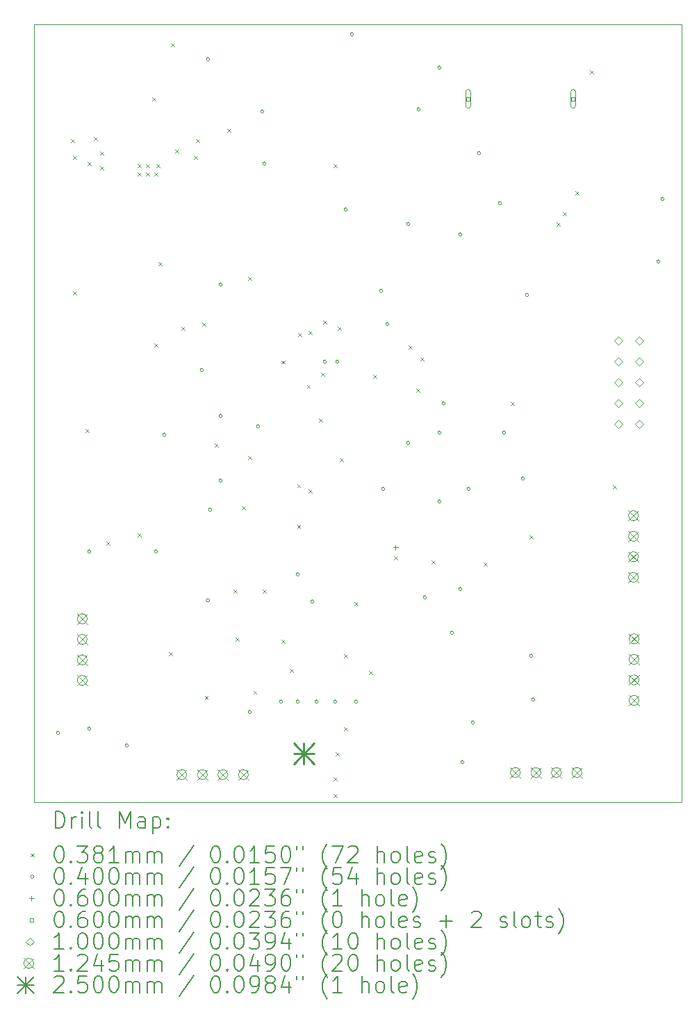
<source format=gbr>
%TF.GenerationSoftware,KiCad,Pcbnew,8.0.5*%
%TF.CreationDate,2024-10-22T12:35:08-04:00*%
%TF.ProjectId,PCB_Schematic,5043425f-5363-4686-956d-617469632e6b,rev?*%
%TF.SameCoordinates,Original*%
%TF.FileFunction,Drillmap*%
%TF.FilePolarity,Positive*%
%FSLAX45Y45*%
G04 Gerber Fmt 4.5, Leading zero omitted, Abs format (unit mm)*
G04 Created by KiCad (PCBNEW 8.0.5) date 2024-10-22 12:35:08*
%MOMM*%
%LPD*%
G01*
G04 APERTURE LIST*
%ADD10C,0.100000*%
%ADD11C,0.200000*%
%ADD12C,0.124460*%
%ADD13C,0.250000*%
G04 APERTURE END LIST*
D10*
X8805700Y-3260000D02*
X16695900Y-3260000D01*
X16695900Y-12728800D01*
X8805700Y-12728800D01*
X8805700Y-3260000D01*
D11*
D10*
X9251950Y-4654550D02*
X9290050Y-4692650D01*
X9290050Y-4654550D02*
X9251950Y-4692650D01*
X9277350Y-4857750D02*
X9315450Y-4895850D01*
X9315450Y-4857750D02*
X9277350Y-4895850D01*
X9277350Y-6508750D02*
X9315450Y-6546850D01*
X9315450Y-6508750D02*
X9277350Y-6546850D01*
X9429750Y-8185150D02*
X9467850Y-8223250D01*
X9467850Y-8185150D02*
X9429750Y-8223250D01*
X9455150Y-4933950D02*
X9493250Y-4972050D01*
X9493250Y-4933950D02*
X9455150Y-4972050D01*
X9531350Y-4629150D02*
X9569450Y-4667250D01*
X9569450Y-4629150D02*
X9531350Y-4667250D01*
X9607550Y-4806950D02*
X9645650Y-4845050D01*
X9645650Y-4806950D02*
X9607550Y-4845050D01*
X9607550Y-4984750D02*
X9645650Y-5022850D01*
X9645650Y-4984750D02*
X9607550Y-5022850D01*
X9683750Y-9556750D02*
X9721850Y-9594850D01*
X9721850Y-9556750D02*
X9683750Y-9594850D01*
X10064750Y-4959350D02*
X10102850Y-4997450D01*
X10102850Y-4959350D02*
X10064750Y-4997450D01*
X10064750Y-5060950D02*
X10102850Y-5099050D01*
X10102850Y-5060950D02*
X10064750Y-5099050D01*
X10064750Y-9455150D02*
X10102850Y-9493250D01*
X10102850Y-9455150D02*
X10064750Y-9493250D01*
X10166350Y-4959350D02*
X10204450Y-4997450D01*
X10204450Y-4959350D02*
X10166350Y-4997450D01*
X10166350Y-5060950D02*
X10204450Y-5099050D01*
X10204450Y-5060950D02*
X10166350Y-5099050D01*
X10242550Y-4146550D02*
X10280650Y-4184650D01*
X10280650Y-4146550D02*
X10242550Y-4184650D01*
X10267950Y-5060950D02*
X10306050Y-5099050D01*
X10306050Y-5060950D02*
X10267950Y-5099050D01*
X10267950Y-7143750D02*
X10306050Y-7181850D01*
X10306050Y-7143750D02*
X10267950Y-7181850D01*
X10293350Y-4959350D02*
X10331450Y-4997450D01*
X10331450Y-4959350D02*
X10293350Y-4997450D01*
X10318750Y-6153150D02*
X10356850Y-6191250D01*
X10356850Y-6153150D02*
X10318750Y-6191250D01*
X10445750Y-10902950D02*
X10483850Y-10941050D01*
X10483850Y-10902950D02*
X10445750Y-10941050D01*
X10471150Y-3486150D02*
X10509250Y-3524250D01*
X10509250Y-3486150D02*
X10471150Y-3524250D01*
X10521950Y-4781550D02*
X10560050Y-4819650D01*
X10560050Y-4781550D02*
X10521950Y-4819650D01*
X10598150Y-6940550D02*
X10636250Y-6978650D01*
X10636250Y-6940550D02*
X10598150Y-6978650D01*
X10750550Y-4857750D02*
X10788650Y-4895850D01*
X10788650Y-4857750D02*
X10750550Y-4895850D01*
X10775950Y-4654550D02*
X10814050Y-4692650D01*
X10814050Y-4654550D02*
X10775950Y-4692650D01*
X10852150Y-6889750D02*
X10890250Y-6927850D01*
X10890250Y-6889750D02*
X10852150Y-6927850D01*
X10884700Y-11437500D02*
X10922800Y-11475600D01*
X10922800Y-11437500D02*
X10884700Y-11475600D01*
X11004550Y-8362950D02*
X11042650Y-8401050D01*
X11042650Y-8362950D02*
X11004550Y-8401050D01*
X11156950Y-4527550D02*
X11195050Y-4565650D01*
X11195050Y-4527550D02*
X11156950Y-4565650D01*
X11233150Y-10140950D02*
X11271250Y-10179050D01*
X11271250Y-10140950D02*
X11233150Y-10179050D01*
X11258550Y-10725150D02*
X11296650Y-10763250D01*
X11296650Y-10725150D02*
X11258550Y-10763250D01*
X11334750Y-9124950D02*
X11372850Y-9163050D01*
X11372850Y-9124950D02*
X11334750Y-9163050D01*
X11410950Y-6330950D02*
X11449050Y-6369050D01*
X11449050Y-6330950D02*
X11410950Y-6369050D01*
X11410950Y-8515350D02*
X11449050Y-8553450D01*
X11449050Y-8515350D02*
X11410950Y-8553450D01*
X11474450Y-11372850D02*
X11512550Y-11410950D01*
X11512550Y-11372850D02*
X11474450Y-11410950D01*
X11588750Y-10140950D02*
X11626850Y-10179050D01*
X11626850Y-10140950D02*
X11588750Y-10179050D01*
X11817350Y-7353600D02*
X11855450Y-7391700D01*
X11855450Y-7353600D02*
X11817350Y-7391700D01*
X11817350Y-10750550D02*
X11855450Y-10788650D01*
X11855450Y-10750550D02*
X11817350Y-10788650D01*
X11918950Y-11106150D02*
X11957050Y-11144250D01*
X11957050Y-11106150D02*
X11918950Y-11144250D01*
X12007850Y-8858250D02*
X12045950Y-8896350D01*
X12045950Y-8858250D02*
X12007850Y-8896350D01*
X12010050Y-9353550D02*
X12048150Y-9391650D01*
X12048150Y-9353550D02*
X12010050Y-9391650D01*
X12020550Y-7016750D02*
X12058650Y-7054850D01*
X12058650Y-7016750D02*
X12020550Y-7054850D01*
X12126450Y-7647450D02*
X12164550Y-7685550D01*
X12164550Y-7647450D02*
X12126450Y-7685550D01*
X12147550Y-6991350D02*
X12185650Y-7029450D01*
X12185650Y-6991350D02*
X12147550Y-7029450D01*
X12147550Y-8921750D02*
X12185650Y-8959850D01*
X12185650Y-8921750D02*
X12147550Y-8959850D01*
X12274550Y-8058150D02*
X12312650Y-8096250D01*
X12312650Y-8058150D02*
X12274550Y-8096250D01*
X12299950Y-7499350D02*
X12338050Y-7537450D01*
X12338050Y-7499350D02*
X12299950Y-7537450D01*
X12325350Y-6864350D02*
X12363450Y-6902450D01*
X12363450Y-6864350D02*
X12325350Y-6902450D01*
X12452350Y-4959350D02*
X12490450Y-4997450D01*
X12490450Y-4959350D02*
X12452350Y-4997450D01*
X12452350Y-12426950D02*
X12490450Y-12465050D01*
X12490450Y-12426950D02*
X12452350Y-12465050D01*
X12452350Y-12630150D02*
X12490450Y-12668250D01*
X12490450Y-12630150D02*
X12452350Y-12668250D01*
X12477750Y-12122150D02*
X12515850Y-12160250D01*
X12515850Y-12122150D02*
X12477750Y-12160250D01*
X12503150Y-6940550D02*
X12541250Y-6978650D01*
X12541250Y-6940550D02*
X12503150Y-6978650D01*
X12528550Y-8540750D02*
X12566650Y-8578850D01*
X12566650Y-8540750D02*
X12528550Y-8578850D01*
X12579350Y-10928350D02*
X12617450Y-10966450D01*
X12617450Y-10928350D02*
X12579350Y-10966450D01*
X12579350Y-11817350D02*
X12617450Y-11855450D01*
X12617450Y-11817350D02*
X12579350Y-11855450D01*
X12706350Y-10293350D02*
X12744450Y-10331450D01*
X12744450Y-10293350D02*
X12706350Y-10331450D01*
X12884150Y-11131550D02*
X12922250Y-11169650D01*
X12922250Y-11131550D02*
X12884150Y-11169650D01*
X12934950Y-7524750D02*
X12973050Y-7562850D01*
X12973050Y-7524750D02*
X12934950Y-7562850D01*
X13188950Y-9734550D02*
X13227050Y-9772650D01*
X13227050Y-9734550D02*
X13188950Y-9772650D01*
X13366750Y-7169150D02*
X13404850Y-7207250D01*
X13404850Y-7169150D02*
X13366750Y-7207250D01*
X13462950Y-7695850D02*
X13501050Y-7733950D01*
X13501050Y-7695850D02*
X13462950Y-7733950D01*
X13513750Y-7314850D02*
X13551850Y-7352950D01*
X13551850Y-7314850D02*
X13513750Y-7352950D01*
X13646150Y-9785350D02*
X13684250Y-9823450D01*
X13684250Y-9785350D02*
X13646150Y-9823450D01*
X14281150Y-9810750D02*
X14319250Y-9848850D01*
X14319250Y-9810750D02*
X14281150Y-9848850D01*
X14611350Y-7854950D02*
X14649450Y-7893050D01*
X14649450Y-7854950D02*
X14611350Y-7893050D01*
X14839950Y-9480550D02*
X14878050Y-9518650D01*
X14878050Y-9480550D02*
X14839950Y-9518650D01*
X15170150Y-5670550D02*
X15208250Y-5708650D01*
X15208250Y-5670550D02*
X15170150Y-5708650D01*
X15246350Y-5543550D02*
X15284450Y-5581650D01*
X15284450Y-5543550D02*
X15246350Y-5581650D01*
X15398750Y-5289550D02*
X15436850Y-5327650D01*
X15436850Y-5289550D02*
X15398750Y-5327650D01*
X15576550Y-3816350D02*
X15614650Y-3854450D01*
X15614650Y-3816350D02*
X15576550Y-3854450D01*
X15855950Y-8870950D02*
X15894050Y-8909050D01*
X15894050Y-8870950D02*
X15855950Y-8909050D01*
X9113200Y-11887200D02*
G75*
G02*
X9073200Y-11887200I-20000J0D01*
G01*
X9073200Y-11887200D02*
G75*
G02*
X9113200Y-11887200I20000J0D01*
G01*
X9494200Y-9677400D02*
G75*
G02*
X9454200Y-9677400I-20000J0D01*
G01*
X9454200Y-9677400D02*
G75*
G02*
X9494200Y-9677400I20000J0D01*
G01*
X9494200Y-11836400D02*
G75*
G02*
X9454200Y-11836400I-20000J0D01*
G01*
X9454200Y-11836400D02*
G75*
G02*
X9494200Y-11836400I20000J0D01*
G01*
X9951400Y-12039600D02*
G75*
G02*
X9911400Y-12039600I-20000J0D01*
G01*
X9911400Y-12039600D02*
G75*
G02*
X9951400Y-12039600I20000J0D01*
G01*
X10307000Y-9677400D02*
G75*
G02*
X10267000Y-9677400I-20000J0D01*
G01*
X10267000Y-9677400D02*
G75*
G02*
X10307000Y-9677400I20000J0D01*
G01*
X10408600Y-8255000D02*
G75*
G02*
X10368600Y-8255000I-20000J0D01*
G01*
X10368600Y-8255000D02*
G75*
G02*
X10408600Y-8255000I20000J0D01*
G01*
X10865800Y-7467600D02*
G75*
G02*
X10825800Y-7467600I-20000J0D01*
G01*
X10825800Y-7467600D02*
G75*
G02*
X10865800Y-7467600I20000J0D01*
G01*
X10942000Y-3683000D02*
G75*
G02*
X10902000Y-3683000I-20000J0D01*
G01*
X10902000Y-3683000D02*
G75*
G02*
X10942000Y-3683000I20000J0D01*
G01*
X10942000Y-10271346D02*
G75*
G02*
X10902000Y-10271346I-20000J0D01*
G01*
X10902000Y-10271346D02*
G75*
G02*
X10942000Y-10271346I20000J0D01*
G01*
X10967400Y-9169400D02*
G75*
G02*
X10927400Y-9169400I-20000J0D01*
G01*
X10927400Y-9169400D02*
G75*
G02*
X10967400Y-9169400I20000J0D01*
G01*
X11094400Y-6426200D02*
G75*
G02*
X11054400Y-6426200I-20000J0D01*
G01*
X11054400Y-6426200D02*
G75*
G02*
X11094400Y-6426200I20000J0D01*
G01*
X11094400Y-8026400D02*
G75*
G02*
X11054400Y-8026400I-20000J0D01*
G01*
X11054400Y-8026400D02*
G75*
G02*
X11094400Y-8026400I20000J0D01*
G01*
X11094400Y-8813800D02*
G75*
G02*
X11054400Y-8813800I-20000J0D01*
G01*
X11054400Y-8813800D02*
G75*
G02*
X11094400Y-8813800I20000J0D01*
G01*
X11450000Y-11633200D02*
G75*
G02*
X11410000Y-11633200I-20000J0D01*
G01*
X11410000Y-11633200D02*
G75*
G02*
X11450000Y-11633200I20000J0D01*
G01*
X11551600Y-8153400D02*
G75*
G02*
X11511600Y-8153400I-20000J0D01*
G01*
X11511600Y-8153400D02*
G75*
G02*
X11551600Y-8153400I20000J0D01*
G01*
X11602400Y-4318000D02*
G75*
G02*
X11562400Y-4318000I-20000J0D01*
G01*
X11562400Y-4318000D02*
G75*
G02*
X11602400Y-4318000I20000J0D01*
G01*
X11627800Y-4953000D02*
G75*
G02*
X11587800Y-4953000I-20000J0D01*
G01*
X11587800Y-4953000D02*
G75*
G02*
X11627800Y-4953000I20000J0D01*
G01*
X11831000Y-11506200D02*
G75*
G02*
X11791000Y-11506200I-20000J0D01*
G01*
X11791000Y-11506200D02*
G75*
G02*
X11831000Y-11506200I20000J0D01*
G01*
X12034200Y-9956800D02*
G75*
G02*
X11994200Y-9956800I-20000J0D01*
G01*
X11994200Y-9956800D02*
G75*
G02*
X12034200Y-9956800I20000J0D01*
G01*
X12034200Y-11506200D02*
G75*
G02*
X11994200Y-11506200I-20000J0D01*
G01*
X11994200Y-11506200D02*
G75*
G02*
X12034200Y-11506200I20000J0D01*
G01*
X12212000Y-10287000D02*
G75*
G02*
X12172000Y-10287000I-20000J0D01*
G01*
X12172000Y-10287000D02*
G75*
G02*
X12212000Y-10287000I20000J0D01*
G01*
X12262800Y-11506200D02*
G75*
G02*
X12222800Y-11506200I-20000J0D01*
G01*
X12222800Y-11506200D02*
G75*
G02*
X12262800Y-11506200I20000J0D01*
G01*
X12364400Y-7366000D02*
G75*
G02*
X12324400Y-7366000I-20000J0D01*
G01*
X12324400Y-7366000D02*
G75*
G02*
X12364400Y-7366000I20000J0D01*
G01*
X12491400Y-11506200D02*
G75*
G02*
X12451400Y-11506200I-20000J0D01*
G01*
X12451400Y-11506200D02*
G75*
G02*
X12491400Y-11506200I20000J0D01*
G01*
X12516800Y-7366000D02*
G75*
G02*
X12476800Y-7366000I-20000J0D01*
G01*
X12476800Y-7366000D02*
G75*
G02*
X12516800Y-7366000I20000J0D01*
G01*
X12618400Y-5511800D02*
G75*
G02*
X12578400Y-5511800I-20000J0D01*
G01*
X12578400Y-5511800D02*
G75*
G02*
X12618400Y-5511800I20000J0D01*
G01*
X12694600Y-3378200D02*
G75*
G02*
X12654600Y-3378200I-20000J0D01*
G01*
X12654600Y-3378200D02*
G75*
G02*
X12694600Y-3378200I20000J0D01*
G01*
X12745400Y-11506200D02*
G75*
G02*
X12705400Y-11506200I-20000J0D01*
G01*
X12705400Y-11506200D02*
G75*
G02*
X12745400Y-11506200I20000J0D01*
G01*
X13050200Y-6502400D02*
G75*
G02*
X13010200Y-6502400I-20000J0D01*
G01*
X13010200Y-6502400D02*
G75*
G02*
X13050200Y-6502400I20000J0D01*
G01*
X13075600Y-8915400D02*
G75*
G02*
X13035600Y-8915400I-20000J0D01*
G01*
X13035600Y-8915400D02*
G75*
G02*
X13075600Y-8915400I20000J0D01*
G01*
X13126400Y-6908800D02*
G75*
G02*
X13086400Y-6908800I-20000J0D01*
G01*
X13086400Y-6908800D02*
G75*
G02*
X13126400Y-6908800I20000J0D01*
G01*
X13380400Y-5689600D02*
G75*
G02*
X13340400Y-5689600I-20000J0D01*
G01*
X13340400Y-5689600D02*
G75*
G02*
X13380400Y-5689600I20000J0D01*
G01*
X13380400Y-8356600D02*
G75*
G02*
X13340400Y-8356600I-20000J0D01*
G01*
X13340400Y-8356600D02*
G75*
G02*
X13380400Y-8356600I20000J0D01*
G01*
X13507400Y-4292600D02*
G75*
G02*
X13467400Y-4292600I-20000J0D01*
G01*
X13467400Y-4292600D02*
G75*
G02*
X13507400Y-4292600I20000J0D01*
G01*
X13583600Y-10236200D02*
G75*
G02*
X13543600Y-10236200I-20000J0D01*
G01*
X13543600Y-10236200D02*
G75*
G02*
X13583600Y-10236200I20000J0D01*
G01*
X13761400Y-3784600D02*
G75*
G02*
X13721400Y-3784600I-20000J0D01*
G01*
X13721400Y-3784600D02*
G75*
G02*
X13761400Y-3784600I20000J0D01*
G01*
X13761400Y-8229600D02*
G75*
G02*
X13721400Y-8229600I-20000J0D01*
G01*
X13721400Y-8229600D02*
G75*
G02*
X13761400Y-8229600I20000J0D01*
G01*
X13761400Y-9067800D02*
G75*
G02*
X13721400Y-9067800I-20000J0D01*
G01*
X13721400Y-9067800D02*
G75*
G02*
X13761400Y-9067800I20000J0D01*
G01*
X13812200Y-7874000D02*
G75*
G02*
X13772200Y-7874000I-20000J0D01*
G01*
X13772200Y-7874000D02*
G75*
G02*
X13812200Y-7874000I20000J0D01*
G01*
X13913800Y-10668000D02*
G75*
G02*
X13873800Y-10668000I-20000J0D01*
G01*
X13873800Y-10668000D02*
G75*
G02*
X13913800Y-10668000I20000J0D01*
G01*
X14015400Y-5816600D02*
G75*
G02*
X13975400Y-5816600I-20000J0D01*
G01*
X13975400Y-5816600D02*
G75*
G02*
X14015400Y-5816600I20000J0D01*
G01*
X14015400Y-10134600D02*
G75*
G02*
X13975400Y-10134600I-20000J0D01*
G01*
X13975400Y-10134600D02*
G75*
G02*
X14015400Y-10134600I20000J0D01*
G01*
X14040800Y-12242800D02*
G75*
G02*
X14000800Y-12242800I-20000J0D01*
G01*
X14000800Y-12242800D02*
G75*
G02*
X14040800Y-12242800I20000J0D01*
G01*
X14117000Y-8915400D02*
G75*
G02*
X14077000Y-8915400I-20000J0D01*
G01*
X14077000Y-8915400D02*
G75*
G02*
X14117000Y-8915400I20000J0D01*
G01*
X14167800Y-11760200D02*
G75*
G02*
X14127800Y-11760200I-20000J0D01*
G01*
X14127800Y-11760200D02*
G75*
G02*
X14167800Y-11760200I20000J0D01*
G01*
X14244000Y-4826000D02*
G75*
G02*
X14204000Y-4826000I-20000J0D01*
G01*
X14204000Y-4826000D02*
G75*
G02*
X14244000Y-4826000I20000J0D01*
G01*
X14498000Y-5435600D02*
G75*
G02*
X14458000Y-5435600I-20000J0D01*
G01*
X14458000Y-5435600D02*
G75*
G02*
X14498000Y-5435600I20000J0D01*
G01*
X14548800Y-8229600D02*
G75*
G02*
X14508800Y-8229600I-20000J0D01*
G01*
X14508800Y-8229600D02*
G75*
G02*
X14548800Y-8229600I20000J0D01*
G01*
X14777400Y-8788400D02*
G75*
G02*
X14737400Y-8788400I-20000J0D01*
G01*
X14737400Y-8788400D02*
G75*
G02*
X14777400Y-8788400I20000J0D01*
G01*
X14828200Y-6553200D02*
G75*
G02*
X14788200Y-6553200I-20000J0D01*
G01*
X14788200Y-6553200D02*
G75*
G02*
X14828200Y-6553200I20000J0D01*
G01*
X14879000Y-10947400D02*
G75*
G02*
X14839000Y-10947400I-20000J0D01*
G01*
X14839000Y-10947400D02*
G75*
G02*
X14879000Y-10947400I20000J0D01*
G01*
X14904400Y-11480800D02*
G75*
G02*
X14864400Y-11480800I-20000J0D01*
G01*
X14864400Y-11480800D02*
G75*
G02*
X14904400Y-11480800I20000J0D01*
G01*
X16428400Y-6146800D02*
G75*
G02*
X16388400Y-6146800I-20000J0D01*
G01*
X16388400Y-6146800D02*
G75*
G02*
X16428400Y-6146800I20000J0D01*
G01*
X16479200Y-5384800D02*
G75*
G02*
X16439200Y-5384800I-20000J0D01*
G01*
X16439200Y-5384800D02*
G75*
G02*
X16479200Y-5384800I20000J0D01*
G01*
X13208000Y-9596600D02*
X13208000Y-9656600D01*
X13178000Y-9626600D02*
X13238000Y-9626600D01*
X14113213Y-4186213D02*
X14113213Y-4143787D01*
X14070787Y-4143787D01*
X14070787Y-4186213D01*
X14113213Y-4186213D01*
X14122000Y-4250000D02*
X14122000Y-4080000D01*
X14062000Y-4080000D02*
G75*
G02*
X14122000Y-4080000I30000J0D01*
G01*
X14062000Y-4080000D02*
X14062000Y-4250000D01*
X14062000Y-4250000D02*
G75*
G03*
X14122000Y-4250000I30000J0D01*
G01*
X15393213Y-4186213D02*
X15393213Y-4143787D01*
X15350787Y-4143787D01*
X15350787Y-4186213D01*
X15393213Y-4186213D01*
X15402000Y-4250000D02*
X15402000Y-4080000D01*
X15342000Y-4080000D02*
G75*
G02*
X15402000Y-4080000I30000J0D01*
G01*
X15342000Y-4080000D02*
X15342000Y-4250000D01*
X15342000Y-4250000D02*
G75*
G03*
X15402000Y-4250000I30000J0D01*
G01*
X15925800Y-7162000D02*
X15975800Y-7112000D01*
X15925800Y-7062000D01*
X15875800Y-7112000D01*
X15925800Y-7162000D01*
X15925800Y-7416000D02*
X15975800Y-7366000D01*
X15925800Y-7316000D01*
X15875800Y-7366000D01*
X15925800Y-7416000D01*
X15925800Y-7670000D02*
X15975800Y-7620000D01*
X15925800Y-7570000D01*
X15875800Y-7620000D01*
X15925800Y-7670000D01*
X15925800Y-7924000D02*
X15975800Y-7874000D01*
X15925800Y-7824000D01*
X15875800Y-7874000D01*
X15925800Y-7924000D01*
X15925800Y-8178000D02*
X15975800Y-8128000D01*
X15925800Y-8078000D01*
X15875800Y-8128000D01*
X15925800Y-8178000D01*
X16179800Y-7162000D02*
X16229800Y-7112000D01*
X16179800Y-7062000D01*
X16129800Y-7112000D01*
X16179800Y-7162000D01*
X16179800Y-7416000D02*
X16229800Y-7366000D01*
X16179800Y-7316000D01*
X16129800Y-7366000D01*
X16179800Y-7416000D01*
X16179800Y-7670000D02*
X16229800Y-7620000D01*
X16179800Y-7570000D01*
X16129800Y-7620000D01*
X16179800Y-7670000D01*
X16179800Y-7924000D02*
X16229800Y-7874000D01*
X16179800Y-7824000D01*
X16129800Y-7874000D01*
X16179800Y-7924000D01*
X16179800Y-8178000D02*
X16229800Y-8128000D01*
X16179800Y-8078000D01*
X16129800Y-8128000D01*
X16179800Y-8178000D01*
D12*
X9327920Y-10435820D02*
X9452380Y-10560280D01*
X9452380Y-10435820D02*
X9327920Y-10560280D01*
X9452380Y-10498050D02*
G75*
G02*
X9327920Y-10498050I-62230J0D01*
G01*
X9327920Y-10498050D02*
G75*
G02*
X9452380Y-10498050I62230J0D01*
G01*
X9327920Y-10685820D02*
X9452380Y-10810280D01*
X9452380Y-10685820D02*
X9327920Y-10810280D01*
X9452380Y-10748050D02*
G75*
G02*
X9327920Y-10748050I-62230J0D01*
G01*
X9327920Y-10748050D02*
G75*
G02*
X9452380Y-10748050I62230J0D01*
G01*
X9327920Y-10935820D02*
X9452380Y-11060280D01*
X9452380Y-10935820D02*
X9327920Y-11060280D01*
X9452380Y-10998050D02*
G75*
G02*
X9327920Y-10998050I-62230J0D01*
G01*
X9327920Y-10998050D02*
G75*
G02*
X9452380Y-10998050I62230J0D01*
G01*
X9327920Y-11185820D02*
X9452380Y-11310280D01*
X9452380Y-11185820D02*
X9327920Y-11310280D01*
X9452380Y-11248050D02*
G75*
G02*
X9327920Y-11248050I-62230J0D01*
G01*
X9327920Y-11248050D02*
G75*
G02*
X9452380Y-11248050I62230J0D01*
G01*
X10541570Y-12332970D02*
X10666030Y-12457430D01*
X10666030Y-12332970D02*
X10541570Y-12457430D01*
X10666030Y-12395200D02*
G75*
G02*
X10541570Y-12395200I-62230J0D01*
G01*
X10541570Y-12395200D02*
G75*
G02*
X10666030Y-12395200I62230J0D01*
G01*
X10791570Y-12332970D02*
X10916030Y-12457430D01*
X10916030Y-12332970D02*
X10791570Y-12457430D01*
X10916030Y-12395200D02*
G75*
G02*
X10791570Y-12395200I-62230J0D01*
G01*
X10791570Y-12395200D02*
G75*
G02*
X10916030Y-12395200I62230J0D01*
G01*
X11041570Y-12332970D02*
X11166030Y-12457430D01*
X11166030Y-12332970D02*
X11041570Y-12457430D01*
X11166030Y-12395200D02*
G75*
G02*
X11041570Y-12395200I-62230J0D01*
G01*
X11041570Y-12395200D02*
G75*
G02*
X11166030Y-12395200I62230J0D01*
G01*
X11291570Y-12332970D02*
X11416030Y-12457430D01*
X11416030Y-12332970D02*
X11291570Y-12457430D01*
X11416030Y-12395200D02*
G75*
G02*
X11291570Y-12395200I-62230J0D01*
G01*
X11291570Y-12395200D02*
G75*
G02*
X11416030Y-12395200I62230J0D01*
G01*
X14605570Y-12307570D02*
X14730030Y-12432030D01*
X14730030Y-12307570D02*
X14605570Y-12432030D01*
X14730030Y-12369800D02*
G75*
G02*
X14605570Y-12369800I-62230J0D01*
G01*
X14605570Y-12369800D02*
G75*
G02*
X14730030Y-12369800I62230J0D01*
G01*
X14855570Y-12307570D02*
X14980030Y-12432030D01*
X14980030Y-12307570D02*
X14855570Y-12432030D01*
X14980030Y-12369800D02*
G75*
G02*
X14855570Y-12369800I-62230J0D01*
G01*
X14855570Y-12369800D02*
G75*
G02*
X14980030Y-12369800I62230J0D01*
G01*
X15105570Y-12307570D02*
X15230030Y-12432030D01*
X15230030Y-12307570D02*
X15105570Y-12432030D01*
X15230030Y-12369800D02*
G75*
G02*
X15105570Y-12369800I-62230J0D01*
G01*
X15105570Y-12369800D02*
G75*
G02*
X15230030Y-12369800I62230J0D01*
G01*
X15355570Y-12307570D02*
X15480030Y-12432030D01*
X15480030Y-12307570D02*
X15355570Y-12432030D01*
X15480030Y-12369800D02*
G75*
G02*
X15355570Y-12369800I-62230J0D01*
G01*
X15355570Y-12369800D02*
G75*
G02*
X15480030Y-12369800I62230J0D01*
G01*
X16044530Y-9179690D02*
X16168990Y-9304150D01*
X16168990Y-9179690D02*
X16044530Y-9304150D01*
X16168990Y-9241920D02*
G75*
G02*
X16044530Y-9241920I-62230J0D01*
G01*
X16044530Y-9241920D02*
G75*
G02*
X16168990Y-9241920I62230J0D01*
G01*
X16044530Y-9429690D02*
X16168990Y-9554150D01*
X16168990Y-9429690D02*
X16044530Y-9554150D01*
X16168990Y-9491920D02*
G75*
G02*
X16044530Y-9491920I-62230J0D01*
G01*
X16044530Y-9491920D02*
G75*
G02*
X16168990Y-9491920I62230J0D01*
G01*
X16044530Y-9679690D02*
X16168990Y-9804150D01*
X16168990Y-9679690D02*
X16044530Y-9804150D01*
X16168990Y-9741920D02*
G75*
G02*
X16044530Y-9741920I-62230J0D01*
G01*
X16044530Y-9741920D02*
G75*
G02*
X16168990Y-9741920I62230J0D01*
G01*
X16044530Y-9929690D02*
X16168990Y-10054150D01*
X16168990Y-9929690D02*
X16044530Y-10054150D01*
X16168990Y-9991920D02*
G75*
G02*
X16044530Y-9991920I-62230J0D01*
G01*
X16044530Y-9991920D02*
G75*
G02*
X16168990Y-9991920I62230J0D01*
G01*
X16051070Y-10679370D02*
X16175530Y-10803830D01*
X16175530Y-10679370D02*
X16051070Y-10803830D01*
X16175530Y-10741600D02*
G75*
G02*
X16051070Y-10741600I-62230J0D01*
G01*
X16051070Y-10741600D02*
G75*
G02*
X16175530Y-10741600I62230J0D01*
G01*
X16051070Y-10929370D02*
X16175530Y-11053830D01*
X16175530Y-10929370D02*
X16051070Y-11053830D01*
X16175530Y-10991600D02*
G75*
G02*
X16051070Y-10991600I-62230J0D01*
G01*
X16051070Y-10991600D02*
G75*
G02*
X16175530Y-10991600I62230J0D01*
G01*
X16051070Y-11179370D02*
X16175530Y-11303830D01*
X16175530Y-11179370D02*
X16051070Y-11303830D01*
X16175530Y-11241600D02*
G75*
G02*
X16051070Y-11241600I-62230J0D01*
G01*
X16051070Y-11241600D02*
G75*
G02*
X16175530Y-11241600I62230J0D01*
G01*
X16051070Y-11429370D02*
X16175530Y-11553830D01*
X16175530Y-11429370D02*
X16051070Y-11553830D01*
X16175530Y-11491600D02*
G75*
G02*
X16051070Y-11491600I-62230J0D01*
G01*
X16051070Y-11491600D02*
G75*
G02*
X16175530Y-11491600I62230J0D01*
G01*
D13*
X11965400Y-12016200D02*
X12215400Y-12266200D01*
X12215400Y-12016200D02*
X11965400Y-12266200D01*
X12090400Y-12016200D02*
X12090400Y-12266200D01*
X11965400Y-12141200D02*
X12215400Y-12141200D01*
D11*
X9061477Y-13045284D02*
X9061477Y-12845284D01*
X9061477Y-12845284D02*
X9109096Y-12845284D01*
X9109096Y-12845284D02*
X9137667Y-12854808D01*
X9137667Y-12854808D02*
X9156715Y-12873855D01*
X9156715Y-12873855D02*
X9166239Y-12892903D01*
X9166239Y-12892903D02*
X9175763Y-12930998D01*
X9175763Y-12930998D02*
X9175763Y-12959569D01*
X9175763Y-12959569D02*
X9166239Y-12997665D01*
X9166239Y-12997665D02*
X9156715Y-13016712D01*
X9156715Y-13016712D02*
X9137667Y-13035760D01*
X9137667Y-13035760D02*
X9109096Y-13045284D01*
X9109096Y-13045284D02*
X9061477Y-13045284D01*
X9261477Y-13045284D02*
X9261477Y-12911950D01*
X9261477Y-12950046D02*
X9271001Y-12930998D01*
X9271001Y-12930998D02*
X9280524Y-12921474D01*
X9280524Y-12921474D02*
X9299572Y-12911950D01*
X9299572Y-12911950D02*
X9318620Y-12911950D01*
X9385286Y-13045284D02*
X9385286Y-12911950D01*
X9385286Y-12845284D02*
X9375763Y-12854808D01*
X9375763Y-12854808D02*
X9385286Y-12864331D01*
X9385286Y-12864331D02*
X9394810Y-12854808D01*
X9394810Y-12854808D02*
X9385286Y-12845284D01*
X9385286Y-12845284D02*
X9385286Y-12864331D01*
X9509096Y-13045284D02*
X9490048Y-13035760D01*
X9490048Y-13035760D02*
X9480524Y-13016712D01*
X9480524Y-13016712D02*
X9480524Y-12845284D01*
X9613858Y-13045284D02*
X9594810Y-13035760D01*
X9594810Y-13035760D02*
X9585286Y-13016712D01*
X9585286Y-13016712D02*
X9585286Y-12845284D01*
X9842429Y-13045284D02*
X9842429Y-12845284D01*
X9842429Y-12845284D02*
X9909096Y-12988141D01*
X9909096Y-12988141D02*
X9975763Y-12845284D01*
X9975763Y-12845284D02*
X9975763Y-13045284D01*
X10156715Y-13045284D02*
X10156715Y-12940522D01*
X10156715Y-12940522D02*
X10147191Y-12921474D01*
X10147191Y-12921474D02*
X10128144Y-12911950D01*
X10128144Y-12911950D02*
X10090048Y-12911950D01*
X10090048Y-12911950D02*
X10071001Y-12921474D01*
X10156715Y-13035760D02*
X10137667Y-13045284D01*
X10137667Y-13045284D02*
X10090048Y-13045284D01*
X10090048Y-13045284D02*
X10071001Y-13035760D01*
X10071001Y-13035760D02*
X10061477Y-13016712D01*
X10061477Y-13016712D02*
X10061477Y-12997665D01*
X10061477Y-12997665D02*
X10071001Y-12978617D01*
X10071001Y-12978617D02*
X10090048Y-12969093D01*
X10090048Y-12969093D02*
X10137667Y-12969093D01*
X10137667Y-12969093D02*
X10156715Y-12959569D01*
X10251953Y-12911950D02*
X10251953Y-13111950D01*
X10251953Y-12921474D02*
X10271001Y-12911950D01*
X10271001Y-12911950D02*
X10309096Y-12911950D01*
X10309096Y-12911950D02*
X10328144Y-12921474D01*
X10328144Y-12921474D02*
X10337667Y-12930998D01*
X10337667Y-12930998D02*
X10347191Y-12950046D01*
X10347191Y-12950046D02*
X10347191Y-13007188D01*
X10347191Y-13007188D02*
X10337667Y-13026236D01*
X10337667Y-13026236D02*
X10328144Y-13035760D01*
X10328144Y-13035760D02*
X10309096Y-13045284D01*
X10309096Y-13045284D02*
X10271001Y-13045284D01*
X10271001Y-13045284D02*
X10251953Y-13035760D01*
X10432905Y-13026236D02*
X10442429Y-13035760D01*
X10442429Y-13035760D02*
X10432905Y-13045284D01*
X10432905Y-13045284D02*
X10423382Y-13035760D01*
X10423382Y-13035760D02*
X10432905Y-13026236D01*
X10432905Y-13026236D02*
X10432905Y-13045284D01*
X10432905Y-12921474D02*
X10442429Y-12930998D01*
X10442429Y-12930998D02*
X10432905Y-12940522D01*
X10432905Y-12940522D02*
X10423382Y-12930998D01*
X10423382Y-12930998D02*
X10432905Y-12921474D01*
X10432905Y-12921474D02*
X10432905Y-12940522D01*
D10*
X8762600Y-13354750D02*
X8800700Y-13392850D01*
X8800700Y-13354750D02*
X8762600Y-13392850D01*
D11*
X9099572Y-13265284D02*
X9118620Y-13265284D01*
X9118620Y-13265284D02*
X9137667Y-13274808D01*
X9137667Y-13274808D02*
X9147191Y-13284331D01*
X9147191Y-13284331D02*
X9156715Y-13303379D01*
X9156715Y-13303379D02*
X9166239Y-13341474D01*
X9166239Y-13341474D02*
X9166239Y-13389093D01*
X9166239Y-13389093D02*
X9156715Y-13427188D01*
X9156715Y-13427188D02*
X9147191Y-13446236D01*
X9147191Y-13446236D02*
X9137667Y-13455760D01*
X9137667Y-13455760D02*
X9118620Y-13465284D01*
X9118620Y-13465284D02*
X9099572Y-13465284D01*
X9099572Y-13465284D02*
X9080524Y-13455760D01*
X9080524Y-13455760D02*
X9071001Y-13446236D01*
X9071001Y-13446236D02*
X9061477Y-13427188D01*
X9061477Y-13427188D02*
X9051953Y-13389093D01*
X9051953Y-13389093D02*
X9051953Y-13341474D01*
X9051953Y-13341474D02*
X9061477Y-13303379D01*
X9061477Y-13303379D02*
X9071001Y-13284331D01*
X9071001Y-13284331D02*
X9080524Y-13274808D01*
X9080524Y-13274808D02*
X9099572Y-13265284D01*
X9251953Y-13446236D02*
X9261477Y-13455760D01*
X9261477Y-13455760D02*
X9251953Y-13465284D01*
X9251953Y-13465284D02*
X9242429Y-13455760D01*
X9242429Y-13455760D02*
X9251953Y-13446236D01*
X9251953Y-13446236D02*
X9251953Y-13465284D01*
X9328144Y-13265284D02*
X9451953Y-13265284D01*
X9451953Y-13265284D02*
X9385286Y-13341474D01*
X9385286Y-13341474D02*
X9413858Y-13341474D01*
X9413858Y-13341474D02*
X9432905Y-13350998D01*
X9432905Y-13350998D02*
X9442429Y-13360522D01*
X9442429Y-13360522D02*
X9451953Y-13379569D01*
X9451953Y-13379569D02*
X9451953Y-13427188D01*
X9451953Y-13427188D02*
X9442429Y-13446236D01*
X9442429Y-13446236D02*
X9432905Y-13455760D01*
X9432905Y-13455760D02*
X9413858Y-13465284D01*
X9413858Y-13465284D02*
X9356715Y-13465284D01*
X9356715Y-13465284D02*
X9337667Y-13455760D01*
X9337667Y-13455760D02*
X9328144Y-13446236D01*
X9566239Y-13350998D02*
X9547191Y-13341474D01*
X9547191Y-13341474D02*
X9537667Y-13331950D01*
X9537667Y-13331950D02*
X9528144Y-13312903D01*
X9528144Y-13312903D02*
X9528144Y-13303379D01*
X9528144Y-13303379D02*
X9537667Y-13284331D01*
X9537667Y-13284331D02*
X9547191Y-13274808D01*
X9547191Y-13274808D02*
X9566239Y-13265284D01*
X9566239Y-13265284D02*
X9604334Y-13265284D01*
X9604334Y-13265284D02*
X9623382Y-13274808D01*
X9623382Y-13274808D02*
X9632905Y-13284331D01*
X9632905Y-13284331D02*
X9642429Y-13303379D01*
X9642429Y-13303379D02*
X9642429Y-13312903D01*
X9642429Y-13312903D02*
X9632905Y-13331950D01*
X9632905Y-13331950D02*
X9623382Y-13341474D01*
X9623382Y-13341474D02*
X9604334Y-13350998D01*
X9604334Y-13350998D02*
X9566239Y-13350998D01*
X9566239Y-13350998D02*
X9547191Y-13360522D01*
X9547191Y-13360522D02*
X9537667Y-13370046D01*
X9537667Y-13370046D02*
X9528144Y-13389093D01*
X9528144Y-13389093D02*
X9528144Y-13427188D01*
X9528144Y-13427188D02*
X9537667Y-13446236D01*
X9537667Y-13446236D02*
X9547191Y-13455760D01*
X9547191Y-13455760D02*
X9566239Y-13465284D01*
X9566239Y-13465284D02*
X9604334Y-13465284D01*
X9604334Y-13465284D02*
X9623382Y-13455760D01*
X9623382Y-13455760D02*
X9632905Y-13446236D01*
X9632905Y-13446236D02*
X9642429Y-13427188D01*
X9642429Y-13427188D02*
X9642429Y-13389093D01*
X9642429Y-13389093D02*
X9632905Y-13370046D01*
X9632905Y-13370046D02*
X9623382Y-13360522D01*
X9623382Y-13360522D02*
X9604334Y-13350998D01*
X9832905Y-13465284D02*
X9718620Y-13465284D01*
X9775763Y-13465284D02*
X9775763Y-13265284D01*
X9775763Y-13265284D02*
X9756715Y-13293855D01*
X9756715Y-13293855D02*
X9737667Y-13312903D01*
X9737667Y-13312903D02*
X9718620Y-13322427D01*
X9918620Y-13465284D02*
X9918620Y-13331950D01*
X9918620Y-13350998D02*
X9928144Y-13341474D01*
X9928144Y-13341474D02*
X9947191Y-13331950D01*
X9947191Y-13331950D02*
X9975763Y-13331950D01*
X9975763Y-13331950D02*
X9994810Y-13341474D01*
X9994810Y-13341474D02*
X10004334Y-13360522D01*
X10004334Y-13360522D02*
X10004334Y-13465284D01*
X10004334Y-13360522D02*
X10013858Y-13341474D01*
X10013858Y-13341474D02*
X10032905Y-13331950D01*
X10032905Y-13331950D02*
X10061477Y-13331950D01*
X10061477Y-13331950D02*
X10080525Y-13341474D01*
X10080525Y-13341474D02*
X10090048Y-13360522D01*
X10090048Y-13360522D02*
X10090048Y-13465284D01*
X10185286Y-13465284D02*
X10185286Y-13331950D01*
X10185286Y-13350998D02*
X10194810Y-13341474D01*
X10194810Y-13341474D02*
X10213858Y-13331950D01*
X10213858Y-13331950D02*
X10242429Y-13331950D01*
X10242429Y-13331950D02*
X10261477Y-13341474D01*
X10261477Y-13341474D02*
X10271001Y-13360522D01*
X10271001Y-13360522D02*
X10271001Y-13465284D01*
X10271001Y-13360522D02*
X10280525Y-13341474D01*
X10280525Y-13341474D02*
X10299572Y-13331950D01*
X10299572Y-13331950D02*
X10328144Y-13331950D01*
X10328144Y-13331950D02*
X10347191Y-13341474D01*
X10347191Y-13341474D02*
X10356715Y-13360522D01*
X10356715Y-13360522D02*
X10356715Y-13465284D01*
X10747191Y-13255760D02*
X10575763Y-13512903D01*
X11004334Y-13265284D02*
X11023382Y-13265284D01*
X11023382Y-13265284D02*
X11042429Y-13274808D01*
X11042429Y-13274808D02*
X11051953Y-13284331D01*
X11051953Y-13284331D02*
X11061477Y-13303379D01*
X11061477Y-13303379D02*
X11071001Y-13341474D01*
X11071001Y-13341474D02*
X11071001Y-13389093D01*
X11071001Y-13389093D02*
X11061477Y-13427188D01*
X11061477Y-13427188D02*
X11051953Y-13446236D01*
X11051953Y-13446236D02*
X11042429Y-13455760D01*
X11042429Y-13455760D02*
X11023382Y-13465284D01*
X11023382Y-13465284D02*
X11004334Y-13465284D01*
X11004334Y-13465284D02*
X10985287Y-13455760D01*
X10985287Y-13455760D02*
X10975763Y-13446236D01*
X10975763Y-13446236D02*
X10966239Y-13427188D01*
X10966239Y-13427188D02*
X10956715Y-13389093D01*
X10956715Y-13389093D02*
X10956715Y-13341474D01*
X10956715Y-13341474D02*
X10966239Y-13303379D01*
X10966239Y-13303379D02*
X10975763Y-13284331D01*
X10975763Y-13284331D02*
X10985287Y-13274808D01*
X10985287Y-13274808D02*
X11004334Y-13265284D01*
X11156715Y-13446236D02*
X11166239Y-13455760D01*
X11166239Y-13455760D02*
X11156715Y-13465284D01*
X11156715Y-13465284D02*
X11147191Y-13455760D01*
X11147191Y-13455760D02*
X11156715Y-13446236D01*
X11156715Y-13446236D02*
X11156715Y-13465284D01*
X11290048Y-13265284D02*
X11309096Y-13265284D01*
X11309096Y-13265284D02*
X11328144Y-13274808D01*
X11328144Y-13274808D02*
X11337667Y-13284331D01*
X11337667Y-13284331D02*
X11347191Y-13303379D01*
X11347191Y-13303379D02*
X11356715Y-13341474D01*
X11356715Y-13341474D02*
X11356715Y-13389093D01*
X11356715Y-13389093D02*
X11347191Y-13427188D01*
X11347191Y-13427188D02*
X11337667Y-13446236D01*
X11337667Y-13446236D02*
X11328144Y-13455760D01*
X11328144Y-13455760D02*
X11309096Y-13465284D01*
X11309096Y-13465284D02*
X11290048Y-13465284D01*
X11290048Y-13465284D02*
X11271001Y-13455760D01*
X11271001Y-13455760D02*
X11261477Y-13446236D01*
X11261477Y-13446236D02*
X11251953Y-13427188D01*
X11251953Y-13427188D02*
X11242429Y-13389093D01*
X11242429Y-13389093D02*
X11242429Y-13341474D01*
X11242429Y-13341474D02*
X11251953Y-13303379D01*
X11251953Y-13303379D02*
X11261477Y-13284331D01*
X11261477Y-13284331D02*
X11271001Y-13274808D01*
X11271001Y-13274808D02*
X11290048Y-13265284D01*
X11547191Y-13465284D02*
X11432906Y-13465284D01*
X11490048Y-13465284D02*
X11490048Y-13265284D01*
X11490048Y-13265284D02*
X11471001Y-13293855D01*
X11471001Y-13293855D02*
X11451953Y-13312903D01*
X11451953Y-13312903D02*
X11432906Y-13322427D01*
X11728144Y-13265284D02*
X11632906Y-13265284D01*
X11632906Y-13265284D02*
X11623382Y-13360522D01*
X11623382Y-13360522D02*
X11632906Y-13350998D01*
X11632906Y-13350998D02*
X11651953Y-13341474D01*
X11651953Y-13341474D02*
X11699572Y-13341474D01*
X11699572Y-13341474D02*
X11718620Y-13350998D01*
X11718620Y-13350998D02*
X11728144Y-13360522D01*
X11728144Y-13360522D02*
X11737667Y-13379569D01*
X11737667Y-13379569D02*
X11737667Y-13427188D01*
X11737667Y-13427188D02*
X11728144Y-13446236D01*
X11728144Y-13446236D02*
X11718620Y-13455760D01*
X11718620Y-13455760D02*
X11699572Y-13465284D01*
X11699572Y-13465284D02*
X11651953Y-13465284D01*
X11651953Y-13465284D02*
X11632906Y-13455760D01*
X11632906Y-13455760D02*
X11623382Y-13446236D01*
X11861477Y-13265284D02*
X11880525Y-13265284D01*
X11880525Y-13265284D02*
X11899572Y-13274808D01*
X11899572Y-13274808D02*
X11909096Y-13284331D01*
X11909096Y-13284331D02*
X11918620Y-13303379D01*
X11918620Y-13303379D02*
X11928144Y-13341474D01*
X11928144Y-13341474D02*
X11928144Y-13389093D01*
X11928144Y-13389093D02*
X11918620Y-13427188D01*
X11918620Y-13427188D02*
X11909096Y-13446236D01*
X11909096Y-13446236D02*
X11899572Y-13455760D01*
X11899572Y-13455760D02*
X11880525Y-13465284D01*
X11880525Y-13465284D02*
X11861477Y-13465284D01*
X11861477Y-13465284D02*
X11842429Y-13455760D01*
X11842429Y-13455760D02*
X11832906Y-13446236D01*
X11832906Y-13446236D02*
X11823382Y-13427188D01*
X11823382Y-13427188D02*
X11813858Y-13389093D01*
X11813858Y-13389093D02*
X11813858Y-13341474D01*
X11813858Y-13341474D02*
X11823382Y-13303379D01*
X11823382Y-13303379D02*
X11832906Y-13284331D01*
X11832906Y-13284331D02*
X11842429Y-13274808D01*
X11842429Y-13274808D02*
X11861477Y-13265284D01*
X12004334Y-13265284D02*
X12004334Y-13303379D01*
X12080525Y-13265284D02*
X12080525Y-13303379D01*
X12375763Y-13541474D02*
X12366239Y-13531950D01*
X12366239Y-13531950D02*
X12347191Y-13503379D01*
X12347191Y-13503379D02*
X12337668Y-13484331D01*
X12337668Y-13484331D02*
X12328144Y-13455760D01*
X12328144Y-13455760D02*
X12318620Y-13408141D01*
X12318620Y-13408141D02*
X12318620Y-13370046D01*
X12318620Y-13370046D02*
X12328144Y-13322427D01*
X12328144Y-13322427D02*
X12337668Y-13293855D01*
X12337668Y-13293855D02*
X12347191Y-13274808D01*
X12347191Y-13274808D02*
X12366239Y-13246236D01*
X12366239Y-13246236D02*
X12375763Y-13236712D01*
X12432906Y-13265284D02*
X12566239Y-13265284D01*
X12566239Y-13265284D02*
X12480525Y-13465284D01*
X12632906Y-13284331D02*
X12642429Y-13274808D01*
X12642429Y-13274808D02*
X12661477Y-13265284D01*
X12661477Y-13265284D02*
X12709096Y-13265284D01*
X12709096Y-13265284D02*
X12728144Y-13274808D01*
X12728144Y-13274808D02*
X12737668Y-13284331D01*
X12737668Y-13284331D02*
X12747191Y-13303379D01*
X12747191Y-13303379D02*
X12747191Y-13322427D01*
X12747191Y-13322427D02*
X12737668Y-13350998D01*
X12737668Y-13350998D02*
X12623382Y-13465284D01*
X12623382Y-13465284D02*
X12747191Y-13465284D01*
X12985287Y-13465284D02*
X12985287Y-13265284D01*
X13071001Y-13465284D02*
X13071001Y-13360522D01*
X13071001Y-13360522D02*
X13061477Y-13341474D01*
X13061477Y-13341474D02*
X13042430Y-13331950D01*
X13042430Y-13331950D02*
X13013858Y-13331950D01*
X13013858Y-13331950D02*
X12994810Y-13341474D01*
X12994810Y-13341474D02*
X12985287Y-13350998D01*
X13194810Y-13465284D02*
X13175763Y-13455760D01*
X13175763Y-13455760D02*
X13166239Y-13446236D01*
X13166239Y-13446236D02*
X13156715Y-13427188D01*
X13156715Y-13427188D02*
X13156715Y-13370046D01*
X13156715Y-13370046D02*
X13166239Y-13350998D01*
X13166239Y-13350998D02*
X13175763Y-13341474D01*
X13175763Y-13341474D02*
X13194810Y-13331950D01*
X13194810Y-13331950D02*
X13223382Y-13331950D01*
X13223382Y-13331950D02*
X13242430Y-13341474D01*
X13242430Y-13341474D02*
X13251953Y-13350998D01*
X13251953Y-13350998D02*
X13261477Y-13370046D01*
X13261477Y-13370046D02*
X13261477Y-13427188D01*
X13261477Y-13427188D02*
X13251953Y-13446236D01*
X13251953Y-13446236D02*
X13242430Y-13455760D01*
X13242430Y-13455760D02*
X13223382Y-13465284D01*
X13223382Y-13465284D02*
X13194810Y-13465284D01*
X13375763Y-13465284D02*
X13356715Y-13455760D01*
X13356715Y-13455760D02*
X13347191Y-13436712D01*
X13347191Y-13436712D02*
X13347191Y-13265284D01*
X13528144Y-13455760D02*
X13509096Y-13465284D01*
X13509096Y-13465284D02*
X13471001Y-13465284D01*
X13471001Y-13465284D02*
X13451953Y-13455760D01*
X13451953Y-13455760D02*
X13442430Y-13436712D01*
X13442430Y-13436712D02*
X13442430Y-13360522D01*
X13442430Y-13360522D02*
X13451953Y-13341474D01*
X13451953Y-13341474D02*
X13471001Y-13331950D01*
X13471001Y-13331950D02*
X13509096Y-13331950D01*
X13509096Y-13331950D02*
X13528144Y-13341474D01*
X13528144Y-13341474D02*
X13537668Y-13360522D01*
X13537668Y-13360522D02*
X13537668Y-13379569D01*
X13537668Y-13379569D02*
X13442430Y-13398617D01*
X13613858Y-13455760D02*
X13632906Y-13465284D01*
X13632906Y-13465284D02*
X13671001Y-13465284D01*
X13671001Y-13465284D02*
X13690049Y-13455760D01*
X13690049Y-13455760D02*
X13699572Y-13436712D01*
X13699572Y-13436712D02*
X13699572Y-13427188D01*
X13699572Y-13427188D02*
X13690049Y-13408141D01*
X13690049Y-13408141D02*
X13671001Y-13398617D01*
X13671001Y-13398617D02*
X13642430Y-13398617D01*
X13642430Y-13398617D02*
X13623382Y-13389093D01*
X13623382Y-13389093D02*
X13613858Y-13370046D01*
X13613858Y-13370046D02*
X13613858Y-13360522D01*
X13613858Y-13360522D02*
X13623382Y-13341474D01*
X13623382Y-13341474D02*
X13642430Y-13331950D01*
X13642430Y-13331950D02*
X13671001Y-13331950D01*
X13671001Y-13331950D02*
X13690049Y-13341474D01*
X13766239Y-13541474D02*
X13775763Y-13531950D01*
X13775763Y-13531950D02*
X13794811Y-13503379D01*
X13794811Y-13503379D02*
X13804334Y-13484331D01*
X13804334Y-13484331D02*
X13813858Y-13455760D01*
X13813858Y-13455760D02*
X13823382Y-13408141D01*
X13823382Y-13408141D02*
X13823382Y-13370046D01*
X13823382Y-13370046D02*
X13813858Y-13322427D01*
X13813858Y-13322427D02*
X13804334Y-13293855D01*
X13804334Y-13293855D02*
X13794811Y-13274808D01*
X13794811Y-13274808D02*
X13775763Y-13246236D01*
X13775763Y-13246236D02*
X13766239Y-13236712D01*
D10*
X8800700Y-13637800D02*
G75*
G02*
X8760700Y-13637800I-20000J0D01*
G01*
X8760700Y-13637800D02*
G75*
G02*
X8800700Y-13637800I20000J0D01*
G01*
D11*
X9099572Y-13529284D02*
X9118620Y-13529284D01*
X9118620Y-13529284D02*
X9137667Y-13538808D01*
X9137667Y-13538808D02*
X9147191Y-13548331D01*
X9147191Y-13548331D02*
X9156715Y-13567379D01*
X9156715Y-13567379D02*
X9166239Y-13605474D01*
X9166239Y-13605474D02*
X9166239Y-13653093D01*
X9166239Y-13653093D02*
X9156715Y-13691188D01*
X9156715Y-13691188D02*
X9147191Y-13710236D01*
X9147191Y-13710236D02*
X9137667Y-13719760D01*
X9137667Y-13719760D02*
X9118620Y-13729284D01*
X9118620Y-13729284D02*
X9099572Y-13729284D01*
X9099572Y-13729284D02*
X9080524Y-13719760D01*
X9080524Y-13719760D02*
X9071001Y-13710236D01*
X9071001Y-13710236D02*
X9061477Y-13691188D01*
X9061477Y-13691188D02*
X9051953Y-13653093D01*
X9051953Y-13653093D02*
X9051953Y-13605474D01*
X9051953Y-13605474D02*
X9061477Y-13567379D01*
X9061477Y-13567379D02*
X9071001Y-13548331D01*
X9071001Y-13548331D02*
X9080524Y-13538808D01*
X9080524Y-13538808D02*
X9099572Y-13529284D01*
X9251953Y-13710236D02*
X9261477Y-13719760D01*
X9261477Y-13719760D02*
X9251953Y-13729284D01*
X9251953Y-13729284D02*
X9242429Y-13719760D01*
X9242429Y-13719760D02*
X9251953Y-13710236D01*
X9251953Y-13710236D02*
X9251953Y-13729284D01*
X9432905Y-13595950D02*
X9432905Y-13729284D01*
X9385286Y-13519760D02*
X9337667Y-13662617D01*
X9337667Y-13662617D02*
X9461477Y-13662617D01*
X9575763Y-13529284D02*
X9594810Y-13529284D01*
X9594810Y-13529284D02*
X9613858Y-13538808D01*
X9613858Y-13538808D02*
X9623382Y-13548331D01*
X9623382Y-13548331D02*
X9632905Y-13567379D01*
X9632905Y-13567379D02*
X9642429Y-13605474D01*
X9642429Y-13605474D02*
X9642429Y-13653093D01*
X9642429Y-13653093D02*
X9632905Y-13691188D01*
X9632905Y-13691188D02*
X9623382Y-13710236D01*
X9623382Y-13710236D02*
X9613858Y-13719760D01*
X9613858Y-13719760D02*
X9594810Y-13729284D01*
X9594810Y-13729284D02*
X9575763Y-13729284D01*
X9575763Y-13729284D02*
X9556715Y-13719760D01*
X9556715Y-13719760D02*
X9547191Y-13710236D01*
X9547191Y-13710236D02*
X9537667Y-13691188D01*
X9537667Y-13691188D02*
X9528144Y-13653093D01*
X9528144Y-13653093D02*
X9528144Y-13605474D01*
X9528144Y-13605474D02*
X9537667Y-13567379D01*
X9537667Y-13567379D02*
X9547191Y-13548331D01*
X9547191Y-13548331D02*
X9556715Y-13538808D01*
X9556715Y-13538808D02*
X9575763Y-13529284D01*
X9766239Y-13529284D02*
X9785286Y-13529284D01*
X9785286Y-13529284D02*
X9804334Y-13538808D01*
X9804334Y-13538808D02*
X9813858Y-13548331D01*
X9813858Y-13548331D02*
X9823382Y-13567379D01*
X9823382Y-13567379D02*
X9832905Y-13605474D01*
X9832905Y-13605474D02*
X9832905Y-13653093D01*
X9832905Y-13653093D02*
X9823382Y-13691188D01*
X9823382Y-13691188D02*
X9813858Y-13710236D01*
X9813858Y-13710236D02*
X9804334Y-13719760D01*
X9804334Y-13719760D02*
X9785286Y-13729284D01*
X9785286Y-13729284D02*
X9766239Y-13729284D01*
X9766239Y-13729284D02*
X9747191Y-13719760D01*
X9747191Y-13719760D02*
X9737667Y-13710236D01*
X9737667Y-13710236D02*
X9728144Y-13691188D01*
X9728144Y-13691188D02*
X9718620Y-13653093D01*
X9718620Y-13653093D02*
X9718620Y-13605474D01*
X9718620Y-13605474D02*
X9728144Y-13567379D01*
X9728144Y-13567379D02*
X9737667Y-13548331D01*
X9737667Y-13548331D02*
X9747191Y-13538808D01*
X9747191Y-13538808D02*
X9766239Y-13529284D01*
X9918620Y-13729284D02*
X9918620Y-13595950D01*
X9918620Y-13614998D02*
X9928144Y-13605474D01*
X9928144Y-13605474D02*
X9947191Y-13595950D01*
X9947191Y-13595950D02*
X9975763Y-13595950D01*
X9975763Y-13595950D02*
X9994810Y-13605474D01*
X9994810Y-13605474D02*
X10004334Y-13624522D01*
X10004334Y-13624522D02*
X10004334Y-13729284D01*
X10004334Y-13624522D02*
X10013858Y-13605474D01*
X10013858Y-13605474D02*
X10032905Y-13595950D01*
X10032905Y-13595950D02*
X10061477Y-13595950D01*
X10061477Y-13595950D02*
X10080525Y-13605474D01*
X10080525Y-13605474D02*
X10090048Y-13624522D01*
X10090048Y-13624522D02*
X10090048Y-13729284D01*
X10185286Y-13729284D02*
X10185286Y-13595950D01*
X10185286Y-13614998D02*
X10194810Y-13605474D01*
X10194810Y-13605474D02*
X10213858Y-13595950D01*
X10213858Y-13595950D02*
X10242429Y-13595950D01*
X10242429Y-13595950D02*
X10261477Y-13605474D01*
X10261477Y-13605474D02*
X10271001Y-13624522D01*
X10271001Y-13624522D02*
X10271001Y-13729284D01*
X10271001Y-13624522D02*
X10280525Y-13605474D01*
X10280525Y-13605474D02*
X10299572Y-13595950D01*
X10299572Y-13595950D02*
X10328144Y-13595950D01*
X10328144Y-13595950D02*
X10347191Y-13605474D01*
X10347191Y-13605474D02*
X10356715Y-13624522D01*
X10356715Y-13624522D02*
X10356715Y-13729284D01*
X10747191Y-13519760D02*
X10575763Y-13776903D01*
X11004334Y-13529284D02*
X11023382Y-13529284D01*
X11023382Y-13529284D02*
X11042429Y-13538808D01*
X11042429Y-13538808D02*
X11051953Y-13548331D01*
X11051953Y-13548331D02*
X11061477Y-13567379D01*
X11061477Y-13567379D02*
X11071001Y-13605474D01*
X11071001Y-13605474D02*
X11071001Y-13653093D01*
X11071001Y-13653093D02*
X11061477Y-13691188D01*
X11061477Y-13691188D02*
X11051953Y-13710236D01*
X11051953Y-13710236D02*
X11042429Y-13719760D01*
X11042429Y-13719760D02*
X11023382Y-13729284D01*
X11023382Y-13729284D02*
X11004334Y-13729284D01*
X11004334Y-13729284D02*
X10985287Y-13719760D01*
X10985287Y-13719760D02*
X10975763Y-13710236D01*
X10975763Y-13710236D02*
X10966239Y-13691188D01*
X10966239Y-13691188D02*
X10956715Y-13653093D01*
X10956715Y-13653093D02*
X10956715Y-13605474D01*
X10956715Y-13605474D02*
X10966239Y-13567379D01*
X10966239Y-13567379D02*
X10975763Y-13548331D01*
X10975763Y-13548331D02*
X10985287Y-13538808D01*
X10985287Y-13538808D02*
X11004334Y-13529284D01*
X11156715Y-13710236D02*
X11166239Y-13719760D01*
X11166239Y-13719760D02*
X11156715Y-13729284D01*
X11156715Y-13729284D02*
X11147191Y-13719760D01*
X11147191Y-13719760D02*
X11156715Y-13710236D01*
X11156715Y-13710236D02*
X11156715Y-13729284D01*
X11290048Y-13529284D02*
X11309096Y-13529284D01*
X11309096Y-13529284D02*
X11328144Y-13538808D01*
X11328144Y-13538808D02*
X11337667Y-13548331D01*
X11337667Y-13548331D02*
X11347191Y-13567379D01*
X11347191Y-13567379D02*
X11356715Y-13605474D01*
X11356715Y-13605474D02*
X11356715Y-13653093D01*
X11356715Y-13653093D02*
X11347191Y-13691188D01*
X11347191Y-13691188D02*
X11337667Y-13710236D01*
X11337667Y-13710236D02*
X11328144Y-13719760D01*
X11328144Y-13719760D02*
X11309096Y-13729284D01*
X11309096Y-13729284D02*
X11290048Y-13729284D01*
X11290048Y-13729284D02*
X11271001Y-13719760D01*
X11271001Y-13719760D02*
X11261477Y-13710236D01*
X11261477Y-13710236D02*
X11251953Y-13691188D01*
X11251953Y-13691188D02*
X11242429Y-13653093D01*
X11242429Y-13653093D02*
X11242429Y-13605474D01*
X11242429Y-13605474D02*
X11251953Y-13567379D01*
X11251953Y-13567379D02*
X11261477Y-13548331D01*
X11261477Y-13548331D02*
X11271001Y-13538808D01*
X11271001Y-13538808D02*
X11290048Y-13529284D01*
X11547191Y-13729284D02*
X11432906Y-13729284D01*
X11490048Y-13729284D02*
X11490048Y-13529284D01*
X11490048Y-13529284D02*
X11471001Y-13557855D01*
X11471001Y-13557855D02*
X11451953Y-13576903D01*
X11451953Y-13576903D02*
X11432906Y-13586427D01*
X11728144Y-13529284D02*
X11632906Y-13529284D01*
X11632906Y-13529284D02*
X11623382Y-13624522D01*
X11623382Y-13624522D02*
X11632906Y-13614998D01*
X11632906Y-13614998D02*
X11651953Y-13605474D01*
X11651953Y-13605474D02*
X11699572Y-13605474D01*
X11699572Y-13605474D02*
X11718620Y-13614998D01*
X11718620Y-13614998D02*
X11728144Y-13624522D01*
X11728144Y-13624522D02*
X11737667Y-13643569D01*
X11737667Y-13643569D02*
X11737667Y-13691188D01*
X11737667Y-13691188D02*
X11728144Y-13710236D01*
X11728144Y-13710236D02*
X11718620Y-13719760D01*
X11718620Y-13719760D02*
X11699572Y-13729284D01*
X11699572Y-13729284D02*
X11651953Y-13729284D01*
X11651953Y-13729284D02*
X11632906Y-13719760D01*
X11632906Y-13719760D02*
X11623382Y-13710236D01*
X11804334Y-13529284D02*
X11937667Y-13529284D01*
X11937667Y-13529284D02*
X11851953Y-13729284D01*
X12004334Y-13529284D02*
X12004334Y-13567379D01*
X12080525Y-13529284D02*
X12080525Y-13567379D01*
X12375763Y-13805474D02*
X12366239Y-13795950D01*
X12366239Y-13795950D02*
X12347191Y-13767379D01*
X12347191Y-13767379D02*
X12337668Y-13748331D01*
X12337668Y-13748331D02*
X12328144Y-13719760D01*
X12328144Y-13719760D02*
X12318620Y-13672141D01*
X12318620Y-13672141D02*
X12318620Y-13634046D01*
X12318620Y-13634046D02*
X12328144Y-13586427D01*
X12328144Y-13586427D02*
X12337668Y-13557855D01*
X12337668Y-13557855D02*
X12347191Y-13538808D01*
X12347191Y-13538808D02*
X12366239Y-13510236D01*
X12366239Y-13510236D02*
X12375763Y-13500712D01*
X12547191Y-13529284D02*
X12451953Y-13529284D01*
X12451953Y-13529284D02*
X12442429Y-13624522D01*
X12442429Y-13624522D02*
X12451953Y-13614998D01*
X12451953Y-13614998D02*
X12471001Y-13605474D01*
X12471001Y-13605474D02*
X12518620Y-13605474D01*
X12518620Y-13605474D02*
X12537668Y-13614998D01*
X12537668Y-13614998D02*
X12547191Y-13624522D01*
X12547191Y-13624522D02*
X12556715Y-13643569D01*
X12556715Y-13643569D02*
X12556715Y-13691188D01*
X12556715Y-13691188D02*
X12547191Y-13710236D01*
X12547191Y-13710236D02*
X12537668Y-13719760D01*
X12537668Y-13719760D02*
X12518620Y-13729284D01*
X12518620Y-13729284D02*
X12471001Y-13729284D01*
X12471001Y-13729284D02*
X12451953Y-13719760D01*
X12451953Y-13719760D02*
X12442429Y-13710236D01*
X12728144Y-13595950D02*
X12728144Y-13729284D01*
X12680525Y-13519760D02*
X12632906Y-13662617D01*
X12632906Y-13662617D02*
X12756715Y-13662617D01*
X12985287Y-13729284D02*
X12985287Y-13529284D01*
X13071001Y-13729284D02*
X13071001Y-13624522D01*
X13071001Y-13624522D02*
X13061477Y-13605474D01*
X13061477Y-13605474D02*
X13042430Y-13595950D01*
X13042430Y-13595950D02*
X13013858Y-13595950D01*
X13013858Y-13595950D02*
X12994810Y-13605474D01*
X12994810Y-13605474D02*
X12985287Y-13614998D01*
X13194810Y-13729284D02*
X13175763Y-13719760D01*
X13175763Y-13719760D02*
X13166239Y-13710236D01*
X13166239Y-13710236D02*
X13156715Y-13691188D01*
X13156715Y-13691188D02*
X13156715Y-13634046D01*
X13156715Y-13634046D02*
X13166239Y-13614998D01*
X13166239Y-13614998D02*
X13175763Y-13605474D01*
X13175763Y-13605474D02*
X13194810Y-13595950D01*
X13194810Y-13595950D02*
X13223382Y-13595950D01*
X13223382Y-13595950D02*
X13242430Y-13605474D01*
X13242430Y-13605474D02*
X13251953Y-13614998D01*
X13251953Y-13614998D02*
X13261477Y-13634046D01*
X13261477Y-13634046D02*
X13261477Y-13691188D01*
X13261477Y-13691188D02*
X13251953Y-13710236D01*
X13251953Y-13710236D02*
X13242430Y-13719760D01*
X13242430Y-13719760D02*
X13223382Y-13729284D01*
X13223382Y-13729284D02*
X13194810Y-13729284D01*
X13375763Y-13729284D02*
X13356715Y-13719760D01*
X13356715Y-13719760D02*
X13347191Y-13700712D01*
X13347191Y-13700712D02*
X13347191Y-13529284D01*
X13528144Y-13719760D02*
X13509096Y-13729284D01*
X13509096Y-13729284D02*
X13471001Y-13729284D01*
X13471001Y-13729284D02*
X13451953Y-13719760D01*
X13451953Y-13719760D02*
X13442430Y-13700712D01*
X13442430Y-13700712D02*
X13442430Y-13624522D01*
X13442430Y-13624522D02*
X13451953Y-13605474D01*
X13451953Y-13605474D02*
X13471001Y-13595950D01*
X13471001Y-13595950D02*
X13509096Y-13595950D01*
X13509096Y-13595950D02*
X13528144Y-13605474D01*
X13528144Y-13605474D02*
X13537668Y-13624522D01*
X13537668Y-13624522D02*
X13537668Y-13643569D01*
X13537668Y-13643569D02*
X13442430Y-13662617D01*
X13613858Y-13719760D02*
X13632906Y-13729284D01*
X13632906Y-13729284D02*
X13671001Y-13729284D01*
X13671001Y-13729284D02*
X13690049Y-13719760D01*
X13690049Y-13719760D02*
X13699572Y-13700712D01*
X13699572Y-13700712D02*
X13699572Y-13691188D01*
X13699572Y-13691188D02*
X13690049Y-13672141D01*
X13690049Y-13672141D02*
X13671001Y-13662617D01*
X13671001Y-13662617D02*
X13642430Y-13662617D01*
X13642430Y-13662617D02*
X13623382Y-13653093D01*
X13623382Y-13653093D02*
X13613858Y-13634046D01*
X13613858Y-13634046D02*
X13613858Y-13624522D01*
X13613858Y-13624522D02*
X13623382Y-13605474D01*
X13623382Y-13605474D02*
X13642430Y-13595950D01*
X13642430Y-13595950D02*
X13671001Y-13595950D01*
X13671001Y-13595950D02*
X13690049Y-13605474D01*
X13766239Y-13805474D02*
X13775763Y-13795950D01*
X13775763Y-13795950D02*
X13794811Y-13767379D01*
X13794811Y-13767379D02*
X13804334Y-13748331D01*
X13804334Y-13748331D02*
X13813858Y-13719760D01*
X13813858Y-13719760D02*
X13823382Y-13672141D01*
X13823382Y-13672141D02*
X13823382Y-13634046D01*
X13823382Y-13634046D02*
X13813858Y-13586427D01*
X13813858Y-13586427D02*
X13804334Y-13557855D01*
X13804334Y-13557855D02*
X13794811Y-13538808D01*
X13794811Y-13538808D02*
X13775763Y-13510236D01*
X13775763Y-13510236D02*
X13766239Y-13500712D01*
D10*
X8770700Y-13871800D02*
X8770700Y-13931800D01*
X8740700Y-13901800D02*
X8800700Y-13901800D01*
D11*
X9099572Y-13793284D02*
X9118620Y-13793284D01*
X9118620Y-13793284D02*
X9137667Y-13802808D01*
X9137667Y-13802808D02*
X9147191Y-13812331D01*
X9147191Y-13812331D02*
X9156715Y-13831379D01*
X9156715Y-13831379D02*
X9166239Y-13869474D01*
X9166239Y-13869474D02*
X9166239Y-13917093D01*
X9166239Y-13917093D02*
X9156715Y-13955188D01*
X9156715Y-13955188D02*
X9147191Y-13974236D01*
X9147191Y-13974236D02*
X9137667Y-13983760D01*
X9137667Y-13983760D02*
X9118620Y-13993284D01*
X9118620Y-13993284D02*
X9099572Y-13993284D01*
X9099572Y-13993284D02*
X9080524Y-13983760D01*
X9080524Y-13983760D02*
X9071001Y-13974236D01*
X9071001Y-13974236D02*
X9061477Y-13955188D01*
X9061477Y-13955188D02*
X9051953Y-13917093D01*
X9051953Y-13917093D02*
X9051953Y-13869474D01*
X9051953Y-13869474D02*
X9061477Y-13831379D01*
X9061477Y-13831379D02*
X9071001Y-13812331D01*
X9071001Y-13812331D02*
X9080524Y-13802808D01*
X9080524Y-13802808D02*
X9099572Y-13793284D01*
X9251953Y-13974236D02*
X9261477Y-13983760D01*
X9261477Y-13983760D02*
X9251953Y-13993284D01*
X9251953Y-13993284D02*
X9242429Y-13983760D01*
X9242429Y-13983760D02*
X9251953Y-13974236D01*
X9251953Y-13974236D02*
X9251953Y-13993284D01*
X9432905Y-13793284D02*
X9394810Y-13793284D01*
X9394810Y-13793284D02*
X9375763Y-13802808D01*
X9375763Y-13802808D02*
X9366239Y-13812331D01*
X9366239Y-13812331D02*
X9347191Y-13840903D01*
X9347191Y-13840903D02*
X9337667Y-13878998D01*
X9337667Y-13878998D02*
X9337667Y-13955188D01*
X9337667Y-13955188D02*
X9347191Y-13974236D01*
X9347191Y-13974236D02*
X9356715Y-13983760D01*
X9356715Y-13983760D02*
X9375763Y-13993284D01*
X9375763Y-13993284D02*
X9413858Y-13993284D01*
X9413858Y-13993284D02*
X9432905Y-13983760D01*
X9432905Y-13983760D02*
X9442429Y-13974236D01*
X9442429Y-13974236D02*
X9451953Y-13955188D01*
X9451953Y-13955188D02*
X9451953Y-13907569D01*
X9451953Y-13907569D02*
X9442429Y-13888522D01*
X9442429Y-13888522D02*
X9432905Y-13878998D01*
X9432905Y-13878998D02*
X9413858Y-13869474D01*
X9413858Y-13869474D02*
X9375763Y-13869474D01*
X9375763Y-13869474D02*
X9356715Y-13878998D01*
X9356715Y-13878998D02*
X9347191Y-13888522D01*
X9347191Y-13888522D02*
X9337667Y-13907569D01*
X9575763Y-13793284D02*
X9594810Y-13793284D01*
X9594810Y-13793284D02*
X9613858Y-13802808D01*
X9613858Y-13802808D02*
X9623382Y-13812331D01*
X9623382Y-13812331D02*
X9632905Y-13831379D01*
X9632905Y-13831379D02*
X9642429Y-13869474D01*
X9642429Y-13869474D02*
X9642429Y-13917093D01*
X9642429Y-13917093D02*
X9632905Y-13955188D01*
X9632905Y-13955188D02*
X9623382Y-13974236D01*
X9623382Y-13974236D02*
X9613858Y-13983760D01*
X9613858Y-13983760D02*
X9594810Y-13993284D01*
X9594810Y-13993284D02*
X9575763Y-13993284D01*
X9575763Y-13993284D02*
X9556715Y-13983760D01*
X9556715Y-13983760D02*
X9547191Y-13974236D01*
X9547191Y-13974236D02*
X9537667Y-13955188D01*
X9537667Y-13955188D02*
X9528144Y-13917093D01*
X9528144Y-13917093D02*
X9528144Y-13869474D01*
X9528144Y-13869474D02*
X9537667Y-13831379D01*
X9537667Y-13831379D02*
X9547191Y-13812331D01*
X9547191Y-13812331D02*
X9556715Y-13802808D01*
X9556715Y-13802808D02*
X9575763Y-13793284D01*
X9766239Y-13793284D02*
X9785286Y-13793284D01*
X9785286Y-13793284D02*
X9804334Y-13802808D01*
X9804334Y-13802808D02*
X9813858Y-13812331D01*
X9813858Y-13812331D02*
X9823382Y-13831379D01*
X9823382Y-13831379D02*
X9832905Y-13869474D01*
X9832905Y-13869474D02*
X9832905Y-13917093D01*
X9832905Y-13917093D02*
X9823382Y-13955188D01*
X9823382Y-13955188D02*
X9813858Y-13974236D01*
X9813858Y-13974236D02*
X9804334Y-13983760D01*
X9804334Y-13983760D02*
X9785286Y-13993284D01*
X9785286Y-13993284D02*
X9766239Y-13993284D01*
X9766239Y-13993284D02*
X9747191Y-13983760D01*
X9747191Y-13983760D02*
X9737667Y-13974236D01*
X9737667Y-13974236D02*
X9728144Y-13955188D01*
X9728144Y-13955188D02*
X9718620Y-13917093D01*
X9718620Y-13917093D02*
X9718620Y-13869474D01*
X9718620Y-13869474D02*
X9728144Y-13831379D01*
X9728144Y-13831379D02*
X9737667Y-13812331D01*
X9737667Y-13812331D02*
X9747191Y-13802808D01*
X9747191Y-13802808D02*
X9766239Y-13793284D01*
X9918620Y-13993284D02*
X9918620Y-13859950D01*
X9918620Y-13878998D02*
X9928144Y-13869474D01*
X9928144Y-13869474D02*
X9947191Y-13859950D01*
X9947191Y-13859950D02*
X9975763Y-13859950D01*
X9975763Y-13859950D02*
X9994810Y-13869474D01*
X9994810Y-13869474D02*
X10004334Y-13888522D01*
X10004334Y-13888522D02*
X10004334Y-13993284D01*
X10004334Y-13888522D02*
X10013858Y-13869474D01*
X10013858Y-13869474D02*
X10032905Y-13859950D01*
X10032905Y-13859950D02*
X10061477Y-13859950D01*
X10061477Y-13859950D02*
X10080525Y-13869474D01*
X10080525Y-13869474D02*
X10090048Y-13888522D01*
X10090048Y-13888522D02*
X10090048Y-13993284D01*
X10185286Y-13993284D02*
X10185286Y-13859950D01*
X10185286Y-13878998D02*
X10194810Y-13869474D01*
X10194810Y-13869474D02*
X10213858Y-13859950D01*
X10213858Y-13859950D02*
X10242429Y-13859950D01*
X10242429Y-13859950D02*
X10261477Y-13869474D01*
X10261477Y-13869474D02*
X10271001Y-13888522D01*
X10271001Y-13888522D02*
X10271001Y-13993284D01*
X10271001Y-13888522D02*
X10280525Y-13869474D01*
X10280525Y-13869474D02*
X10299572Y-13859950D01*
X10299572Y-13859950D02*
X10328144Y-13859950D01*
X10328144Y-13859950D02*
X10347191Y-13869474D01*
X10347191Y-13869474D02*
X10356715Y-13888522D01*
X10356715Y-13888522D02*
X10356715Y-13993284D01*
X10747191Y-13783760D02*
X10575763Y-14040903D01*
X11004334Y-13793284D02*
X11023382Y-13793284D01*
X11023382Y-13793284D02*
X11042429Y-13802808D01*
X11042429Y-13802808D02*
X11051953Y-13812331D01*
X11051953Y-13812331D02*
X11061477Y-13831379D01*
X11061477Y-13831379D02*
X11071001Y-13869474D01*
X11071001Y-13869474D02*
X11071001Y-13917093D01*
X11071001Y-13917093D02*
X11061477Y-13955188D01*
X11061477Y-13955188D02*
X11051953Y-13974236D01*
X11051953Y-13974236D02*
X11042429Y-13983760D01*
X11042429Y-13983760D02*
X11023382Y-13993284D01*
X11023382Y-13993284D02*
X11004334Y-13993284D01*
X11004334Y-13993284D02*
X10985287Y-13983760D01*
X10985287Y-13983760D02*
X10975763Y-13974236D01*
X10975763Y-13974236D02*
X10966239Y-13955188D01*
X10966239Y-13955188D02*
X10956715Y-13917093D01*
X10956715Y-13917093D02*
X10956715Y-13869474D01*
X10956715Y-13869474D02*
X10966239Y-13831379D01*
X10966239Y-13831379D02*
X10975763Y-13812331D01*
X10975763Y-13812331D02*
X10985287Y-13802808D01*
X10985287Y-13802808D02*
X11004334Y-13793284D01*
X11156715Y-13974236D02*
X11166239Y-13983760D01*
X11166239Y-13983760D02*
X11156715Y-13993284D01*
X11156715Y-13993284D02*
X11147191Y-13983760D01*
X11147191Y-13983760D02*
X11156715Y-13974236D01*
X11156715Y-13974236D02*
X11156715Y-13993284D01*
X11290048Y-13793284D02*
X11309096Y-13793284D01*
X11309096Y-13793284D02*
X11328144Y-13802808D01*
X11328144Y-13802808D02*
X11337667Y-13812331D01*
X11337667Y-13812331D02*
X11347191Y-13831379D01*
X11347191Y-13831379D02*
X11356715Y-13869474D01*
X11356715Y-13869474D02*
X11356715Y-13917093D01*
X11356715Y-13917093D02*
X11347191Y-13955188D01*
X11347191Y-13955188D02*
X11337667Y-13974236D01*
X11337667Y-13974236D02*
X11328144Y-13983760D01*
X11328144Y-13983760D02*
X11309096Y-13993284D01*
X11309096Y-13993284D02*
X11290048Y-13993284D01*
X11290048Y-13993284D02*
X11271001Y-13983760D01*
X11271001Y-13983760D02*
X11261477Y-13974236D01*
X11261477Y-13974236D02*
X11251953Y-13955188D01*
X11251953Y-13955188D02*
X11242429Y-13917093D01*
X11242429Y-13917093D02*
X11242429Y-13869474D01*
X11242429Y-13869474D02*
X11251953Y-13831379D01*
X11251953Y-13831379D02*
X11261477Y-13812331D01*
X11261477Y-13812331D02*
X11271001Y-13802808D01*
X11271001Y-13802808D02*
X11290048Y-13793284D01*
X11432906Y-13812331D02*
X11442429Y-13802808D01*
X11442429Y-13802808D02*
X11461477Y-13793284D01*
X11461477Y-13793284D02*
X11509096Y-13793284D01*
X11509096Y-13793284D02*
X11528144Y-13802808D01*
X11528144Y-13802808D02*
X11537667Y-13812331D01*
X11537667Y-13812331D02*
X11547191Y-13831379D01*
X11547191Y-13831379D02*
X11547191Y-13850427D01*
X11547191Y-13850427D02*
X11537667Y-13878998D01*
X11537667Y-13878998D02*
X11423382Y-13993284D01*
X11423382Y-13993284D02*
X11547191Y-13993284D01*
X11613858Y-13793284D02*
X11737667Y-13793284D01*
X11737667Y-13793284D02*
X11671001Y-13869474D01*
X11671001Y-13869474D02*
X11699572Y-13869474D01*
X11699572Y-13869474D02*
X11718620Y-13878998D01*
X11718620Y-13878998D02*
X11728144Y-13888522D01*
X11728144Y-13888522D02*
X11737667Y-13907569D01*
X11737667Y-13907569D02*
X11737667Y-13955188D01*
X11737667Y-13955188D02*
X11728144Y-13974236D01*
X11728144Y-13974236D02*
X11718620Y-13983760D01*
X11718620Y-13983760D02*
X11699572Y-13993284D01*
X11699572Y-13993284D02*
X11642429Y-13993284D01*
X11642429Y-13993284D02*
X11623382Y-13983760D01*
X11623382Y-13983760D02*
X11613858Y-13974236D01*
X11909096Y-13793284D02*
X11871001Y-13793284D01*
X11871001Y-13793284D02*
X11851953Y-13802808D01*
X11851953Y-13802808D02*
X11842429Y-13812331D01*
X11842429Y-13812331D02*
X11823382Y-13840903D01*
X11823382Y-13840903D02*
X11813858Y-13878998D01*
X11813858Y-13878998D02*
X11813858Y-13955188D01*
X11813858Y-13955188D02*
X11823382Y-13974236D01*
X11823382Y-13974236D02*
X11832906Y-13983760D01*
X11832906Y-13983760D02*
X11851953Y-13993284D01*
X11851953Y-13993284D02*
X11890048Y-13993284D01*
X11890048Y-13993284D02*
X11909096Y-13983760D01*
X11909096Y-13983760D02*
X11918620Y-13974236D01*
X11918620Y-13974236D02*
X11928144Y-13955188D01*
X11928144Y-13955188D02*
X11928144Y-13907569D01*
X11928144Y-13907569D02*
X11918620Y-13888522D01*
X11918620Y-13888522D02*
X11909096Y-13878998D01*
X11909096Y-13878998D02*
X11890048Y-13869474D01*
X11890048Y-13869474D02*
X11851953Y-13869474D01*
X11851953Y-13869474D02*
X11832906Y-13878998D01*
X11832906Y-13878998D02*
X11823382Y-13888522D01*
X11823382Y-13888522D02*
X11813858Y-13907569D01*
X12004334Y-13793284D02*
X12004334Y-13831379D01*
X12080525Y-13793284D02*
X12080525Y-13831379D01*
X12375763Y-14069474D02*
X12366239Y-14059950D01*
X12366239Y-14059950D02*
X12347191Y-14031379D01*
X12347191Y-14031379D02*
X12337668Y-14012331D01*
X12337668Y-14012331D02*
X12328144Y-13983760D01*
X12328144Y-13983760D02*
X12318620Y-13936141D01*
X12318620Y-13936141D02*
X12318620Y-13898046D01*
X12318620Y-13898046D02*
X12328144Y-13850427D01*
X12328144Y-13850427D02*
X12337668Y-13821855D01*
X12337668Y-13821855D02*
X12347191Y-13802808D01*
X12347191Y-13802808D02*
X12366239Y-13774236D01*
X12366239Y-13774236D02*
X12375763Y-13764712D01*
X12556715Y-13993284D02*
X12442429Y-13993284D01*
X12499572Y-13993284D02*
X12499572Y-13793284D01*
X12499572Y-13793284D02*
X12480525Y-13821855D01*
X12480525Y-13821855D02*
X12461477Y-13840903D01*
X12461477Y-13840903D02*
X12442429Y-13850427D01*
X12794810Y-13993284D02*
X12794810Y-13793284D01*
X12880525Y-13993284D02*
X12880525Y-13888522D01*
X12880525Y-13888522D02*
X12871001Y-13869474D01*
X12871001Y-13869474D02*
X12851953Y-13859950D01*
X12851953Y-13859950D02*
X12823382Y-13859950D01*
X12823382Y-13859950D02*
X12804334Y-13869474D01*
X12804334Y-13869474D02*
X12794810Y-13878998D01*
X13004334Y-13993284D02*
X12985287Y-13983760D01*
X12985287Y-13983760D02*
X12975763Y-13974236D01*
X12975763Y-13974236D02*
X12966239Y-13955188D01*
X12966239Y-13955188D02*
X12966239Y-13898046D01*
X12966239Y-13898046D02*
X12975763Y-13878998D01*
X12975763Y-13878998D02*
X12985287Y-13869474D01*
X12985287Y-13869474D02*
X13004334Y-13859950D01*
X13004334Y-13859950D02*
X13032906Y-13859950D01*
X13032906Y-13859950D02*
X13051953Y-13869474D01*
X13051953Y-13869474D02*
X13061477Y-13878998D01*
X13061477Y-13878998D02*
X13071001Y-13898046D01*
X13071001Y-13898046D02*
X13071001Y-13955188D01*
X13071001Y-13955188D02*
X13061477Y-13974236D01*
X13061477Y-13974236D02*
X13051953Y-13983760D01*
X13051953Y-13983760D02*
X13032906Y-13993284D01*
X13032906Y-13993284D02*
X13004334Y-13993284D01*
X13185287Y-13993284D02*
X13166239Y-13983760D01*
X13166239Y-13983760D02*
X13156715Y-13964712D01*
X13156715Y-13964712D02*
X13156715Y-13793284D01*
X13337668Y-13983760D02*
X13318620Y-13993284D01*
X13318620Y-13993284D02*
X13280525Y-13993284D01*
X13280525Y-13993284D02*
X13261477Y-13983760D01*
X13261477Y-13983760D02*
X13251953Y-13964712D01*
X13251953Y-13964712D02*
X13251953Y-13888522D01*
X13251953Y-13888522D02*
X13261477Y-13869474D01*
X13261477Y-13869474D02*
X13280525Y-13859950D01*
X13280525Y-13859950D02*
X13318620Y-13859950D01*
X13318620Y-13859950D02*
X13337668Y-13869474D01*
X13337668Y-13869474D02*
X13347191Y-13888522D01*
X13347191Y-13888522D02*
X13347191Y-13907569D01*
X13347191Y-13907569D02*
X13251953Y-13926617D01*
X13413858Y-14069474D02*
X13423382Y-14059950D01*
X13423382Y-14059950D02*
X13442430Y-14031379D01*
X13442430Y-14031379D02*
X13451953Y-14012331D01*
X13451953Y-14012331D02*
X13461477Y-13983760D01*
X13461477Y-13983760D02*
X13471001Y-13936141D01*
X13471001Y-13936141D02*
X13471001Y-13898046D01*
X13471001Y-13898046D02*
X13461477Y-13850427D01*
X13461477Y-13850427D02*
X13451953Y-13821855D01*
X13451953Y-13821855D02*
X13442430Y-13802808D01*
X13442430Y-13802808D02*
X13423382Y-13774236D01*
X13423382Y-13774236D02*
X13413858Y-13764712D01*
D10*
X8791913Y-14187013D02*
X8791913Y-14144587D01*
X8749487Y-14144587D01*
X8749487Y-14187013D01*
X8791913Y-14187013D01*
D11*
X9099572Y-14057284D02*
X9118620Y-14057284D01*
X9118620Y-14057284D02*
X9137667Y-14066808D01*
X9137667Y-14066808D02*
X9147191Y-14076331D01*
X9147191Y-14076331D02*
X9156715Y-14095379D01*
X9156715Y-14095379D02*
X9166239Y-14133474D01*
X9166239Y-14133474D02*
X9166239Y-14181093D01*
X9166239Y-14181093D02*
X9156715Y-14219188D01*
X9156715Y-14219188D02*
X9147191Y-14238236D01*
X9147191Y-14238236D02*
X9137667Y-14247760D01*
X9137667Y-14247760D02*
X9118620Y-14257284D01*
X9118620Y-14257284D02*
X9099572Y-14257284D01*
X9099572Y-14257284D02*
X9080524Y-14247760D01*
X9080524Y-14247760D02*
X9071001Y-14238236D01*
X9071001Y-14238236D02*
X9061477Y-14219188D01*
X9061477Y-14219188D02*
X9051953Y-14181093D01*
X9051953Y-14181093D02*
X9051953Y-14133474D01*
X9051953Y-14133474D02*
X9061477Y-14095379D01*
X9061477Y-14095379D02*
X9071001Y-14076331D01*
X9071001Y-14076331D02*
X9080524Y-14066808D01*
X9080524Y-14066808D02*
X9099572Y-14057284D01*
X9251953Y-14238236D02*
X9261477Y-14247760D01*
X9261477Y-14247760D02*
X9251953Y-14257284D01*
X9251953Y-14257284D02*
X9242429Y-14247760D01*
X9242429Y-14247760D02*
X9251953Y-14238236D01*
X9251953Y-14238236D02*
X9251953Y-14257284D01*
X9432905Y-14057284D02*
X9394810Y-14057284D01*
X9394810Y-14057284D02*
X9375763Y-14066808D01*
X9375763Y-14066808D02*
X9366239Y-14076331D01*
X9366239Y-14076331D02*
X9347191Y-14104903D01*
X9347191Y-14104903D02*
X9337667Y-14142998D01*
X9337667Y-14142998D02*
X9337667Y-14219188D01*
X9337667Y-14219188D02*
X9347191Y-14238236D01*
X9347191Y-14238236D02*
X9356715Y-14247760D01*
X9356715Y-14247760D02*
X9375763Y-14257284D01*
X9375763Y-14257284D02*
X9413858Y-14257284D01*
X9413858Y-14257284D02*
X9432905Y-14247760D01*
X9432905Y-14247760D02*
X9442429Y-14238236D01*
X9442429Y-14238236D02*
X9451953Y-14219188D01*
X9451953Y-14219188D02*
X9451953Y-14171569D01*
X9451953Y-14171569D02*
X9442429Y-14152522D01*
X9442429Y-14152522D02*
X9432905Y-14142998D01*
X9432905Y-14142998D02*
X9413858Y-14133474D01*
X9413858Y-14133474D02*
X9375763Y-14133474D01*
X9375763Y-14133474D02*
X9356715Y-14142998D01*
X9356715Y-14142998D02*
X9347191Y-14152522D01*
X9347191Y-14152522D02*
X9337667Y-14171569D01*
X9575763Y-14057284D02*
X9594810Y-14057284D01*
X9594810Y-14057284D02*
X9613858Y-14066808D01*
X9613858Y-14066808D02*
X9623382Y-14076331D01*
X9623382Y-14076331D02*
X9632905Y-14095379D01*
X9632905Y-14095379D02*
X9642429Y-14133474D01*
X9642429Y-14133474D02*
X9642429Y-14181093D01*
X9642429Y-14181093D02*
X9632905Y-14219188D01*
X9632905Y-14219188D02*
X9623382Y-14238236D01*
X9623382Y-14238236D02*
X9613858Y-14247760D01*
X9613858Y-14247760D02*
X9594810Y-14257284D01*
X9594810Y-14257284D02*
X9575763Y-14257284D01*
X9575763Y-14257284D02*
X9556715Y-14247760D01*
X9556715Y-14247760D02*
X9547191Y-14238236D01*
X9547191Y-14238236D02*
X9537667Y-14219188D01*
X9537667Y-14219188D02*
X9528144Y-14181093D01*
X9528144Y-14181093D02*
X9528144Y-14133474D01*
X9528144Y-14133474D02*
X9537667Y-14095379D01*
X9537667Y-14095379D02*
X9547191Y-14076331D01*
X9547191Y-14076331D02*
X9556715Y-14066808D01*
X9556715Y-14066808D02*
X9575763Y-14057284D01*
X9766239Y-14057284D02*
X9785286Y-14057284D01*
X9785286Y-14057284D02*
X9804334Y-14066808D01*
X9804334Y-14066808D02*
X9813858Y-14076331D01*
X9813858Y-14076331D02*
X9823382Y-14095379D01*
X9823382Y-14095379D02*
X9832905Y-14133474D01*
X9832905Y-14133474D02*
X9832905Y-14181093D01*
X9832905Y-14181093D02*
X9823382Y-14219188D01*
X9823382Y-14219188D02*
X9813858Y-14238236D01*
X9813858Y-14238236D02*
X9804334Y-14247760D01*
X9804334Y-14247760D02*
X9785286Y-14257284D01*
X9785286Y-14257284D02*
X9766239Y-14257284D01*
X9766239Y-14257284D02*
X9747191Y-14247760D01*
X9747191Y-14247760D02*
X9737667Y-14238236D01*
X9737667Y-14238236D02*
X9728144Y-14219188D01*
X9728144Y-14219188D02*
X9718620Y-14181093D01*
X9718620Y-14181093D02*
X9718620Y-14133474D01*
X9718620Y-14133474D02*
X9728144Y-14095379D01*
X9728144Y-14095379D02*
X9737667Y-14076331D01*
X9737667Y-14076331D02*
X9747191Y-14066808D01*
X9747191Y-14066808D02*
X9766239Y-14057284D01*
X9918620Y-14257284D02*
X9918620Y-14123950D01*
X9918620Y-14142998D02*
X9928144Y-14133474D01*
X9928144Y-14133474D02*
X9947191Y-14123950D01*
X9947191Y-14123950D02*
X9975763Y-14123950D01*
X9975763Y-14123950D02*
X9994810Y-14133474D01*
X9994810Y-14133474D02*
X10004334Y-14152522D01*
X10004334Y-14152522D02*
X10004334Y-14257284D01*
X10004334Y-14152522D02*
X10013858Y-14133474D01*
X10013858Y-14133474D02*
X10032905Y-14123950D01*
X10032905Y-14123950D02*
X10061477Y-14123950D01*
X10061477Y-14123950D02*
X10080525Y-14133474D01*
X10080525Y-14133474D02*
X10090048Y-14152522D01*
X10090048Y-14152522D02*
X10090048Y-14257284D01*
X10185286Y-14257284D02*
X10185286Y-14123950D01*
X10185286Y-14142998D02*
X10194810Y-14133474D01*
X10194810Y-14133474D02*
X10213858Y-14123950D01*
X10213858Y-14123950D02*
X10242429Y-14123950D01*
X10242429Y-14123950D02*
X10261477Y-14133474D01*
X10261477Y-14133474D02*
X10271001Y-14152522D01*
X10271001Y-14152522D02*
X10271001Y-14257284D01*
X10271001Y-14152522D02*
X10280525Y-14133474D01*
X10280525Y-14133474D02*
X10299572Y-14123950D01*
X10299572Y-14123950D02*
X10328144Y-14123950D01*
X10328144Y-14123950D02*
X10347191Y-14133474D01*
X10347191Y-14133474D02*
X10356715Y-14152522D01*
X10356715Y-14152522D02*
X10356715Y-14257284D01*
X10747191Y-14047760D02*
X10575763Y-14304903D01*
X11004334Y-14057284D02*
X11023382Y-14057284D01*
X11023382Y-14057284D02*
X11042429Y-14066808D01*
X11042429Y-14066808D02*
X11051953Y-14076331D01*
X11051953Y-14076331D02*
X11061477Y-14095379D01*
X11061477Y-14095379D02*
X11071001Y-14133474D01*
X11071001Y-14133474D02*
X11071001Y-14181093D01*
X11071001Y-14181093D02*
X11061477Y-14219188D01*
X11061477Y-14219188D02*
X11051953Y-14238236D01*
X11051953Y-14238236D02*
X11042429Y-14247760D01*
X11042429Y-14247760D02*
X11023382Y-14257284D01*
X11023382Y-14257284D02*
X11004334Y-14257284D01*
X11004334Y-14257284D02*
X10985287Y-14247760D01*
X10985287Y-14247760D02*
X10975763Y-14238236D01*
X10975763Y-14238236D02*
X10966239Y-14219188D01*
X10966239Y-14219188D02*
X10956715Y-14181093D01*
X10956715Y-14181093D02*
X10956715Y-14133474D01*
X10956715Y-14133474D02*
X10966239Y-14095379D01*
X10966239Y-14095379D02*
X10975763Y-14076331D01*
X10975763Y-14076331D02*
X10985287Y-14066808D01*
X10985287Y-14066808D02*
X11004334Y-14057284D01*
X11156715Y-14238236D02*
X11166239Y-14247760D01*
X11166239Y-14247760D02*
X11156715Y-14257284D01*
X11156715Y-14257284D02*
X11147191Y-14247760D01*
X11147191Y-14247760D02*
X11156715Y-14238236D01*
X11156715Y-14238236D02*
X11156715Y-14257284D01*
X11290048Y-14057284D02*
X11309096Y-14057284D01*
X11309096Y-14057284D02*
X11328144Y-14066808D01*
X11328144Y-14066808D02*
X11337667Y-14076331D01*
X11337667Y-14076331D02*
X11347191Y-14095379D01*
X11347191Y-14095379D02*
X11356715Y-14133474D01*
X11356715Y-14133474D02*
X11356715Y-14181093D01*
X11356715Y-14181093D02*
X11347191Y-14219188D01*
X11347191Y-14219188D02*
X11337667Y-14238236D01*
X11337667Y-14238236D02*
X11328144Y-14247760D01*
X11328144Y-14247760D02*
X11309096Y-14257284D01*
X11309096Y-14257284D02*
X11290048Y-14257284D01*
X11290048Y-14257284D02*
X11271001Y-14247760D01*
X11271001Y-14247760D02*
X11261477Y-14238236D01*
X11261477Y-14238236D02*
X11251953Y-14219188D01*
X11251953Y-14219188D02*
X11242429Y-14181093D01*
X11242429Y-14181093D02*
X11242429Y-14133474D01*
X11242429Y-14133474D02*
X11251953Y-14095379D01*
X11251953Y-14095379D02*
X11261477Y-14076331D01*
X11261477Y-14076331D02*
X11271001Y-14066808D01*
X11271001Y-14066808D02*
X11290048Y-14057284D01*
X11432906Y-14076331D02*
X11442429Y-14066808D01*
X11442429Y-14066808D02*
X11461477Y-14057284D01*
X11461477Y-14057284D02*
X11509096Y-14057284D01*
X11509096Y-14057284D02*
X11528144Y-14066808D01*
X11528144Y-14066808D02*
X11537667Y-14076331D01*
X11537667Y-14076331D02*
X11547191Y-14095379D01*
X11547191Y-14095379D02*
X11547191Y-14114427D01*
X11547191Y-14114427D02*
X11537667Y-14142998D01*
X11537667Y-14142998D02*
X11423382Y-14257284D01*
X11423382Y-14257284D02*
X11547191Y-14257284D01*
X11613858Y-14057284D02*
X11737667Y-14057284D01*
X11737667Y-14057284D02*
X11671001Y-14133474D01*
X11671001Y-14133474D02*
X11699572Y-14133474D01*
X11699572Y-14133474D02*
X11718620Y-14142998D01*
X11718620Y-14142998D02*
X11728144Y-14152522D01*
X11728144Y-14152522D02*
X11737667Y-14171569D01*
X11737667Y-14171569D02*
X11737667Y-14219188D01*
X11737667Y-14219188D02*
X11728144Y-14238236D01*
X11728144Y-14238236D02*
X11718620Y-14247760D01*
X11718620Y-14247760D02*
X11699572Y-14257284D01*
X11699572Y-14257284D02*
X11642429Y-14257284D01*
X11642429Y-14257284D02*
X11623382Y-14247760D01*
X11623382Y-14247760D02*
X11613858Y-14238236D01*
X11909096Y-14057284D02*
X11871001Y-14057284D01*
X11871001Y-14057284D02*
X11851953Y-14066808D01*
X11851953Y-14066808D02*
X11842429Y-14076331D01*
X11842429Y-14076331D02*
X11823382Y-14104903D01*
X11823382Y-14104903D02*
X11813858Y-14142998D01*
X11813858Y-14142998D02*
X11813858Y-14219188D01*
X11813858Y-14219188D02*
X11823382Y-14238236D01*
X11823382Y-14238236D02*
X11832906Y-14247760D01*
X11832906Y-14247760D02*
X11851953Y-14257284D01*
X11851953Y-14257284D02*
X11890048Y-14257284D01*
X11890048Y-14257284D02*
X11909096Y-14247760D01*
X11909096Y-14247760D02*
X11918620Y-14238236D01*
X11918620Y-14238236D02*
X11928144Y-14219188D01*
X11928144Y-14219188D02*
X11928144Y-14171569D01*
X11928144Y-14171569D02*
X11918620Y-14152522D01*
X11918620Y-14152522D02*
X11909096Y-14142998D01*
X11909096Y-14142998D02*
X11890048Y-14133474D01*
X11890048Y-14133474D02*
X11851953Y-14133474D01*
X11851953Y-14133474D02*
X11832906Y-14142998D01*
X11832906Y-14142998D02*
X11823382Y-14152522D01*
X11823382Y-14152522D02*
X11813858Y-14171569D01*
X12004334Y-14057284D02*
X12004334Y-14095379D01*
X12080525Y-14057284D02*
X12080525Y-14095379D01*
X12375763Y-14333474D02*
X12366239Y-14323950D01*
X12366239Y-14323950D02*
X12347191Y-14295379D01*
X12347191Y-14295379D02*
X12337668Y-14276331D01*
X12337668Y-14276331D02*
X12328144Y-14247760D01*
X12328144Y-14247760D02*
X12318620Y-14200141D01*
X12318620Y-14200141D02*
X12318620Y-14162046D01*
X12318620Y-14162046D02*
X12328144Y-14114427D01*
X12328144Y-14114427D02*
X12337668Y-14085855D01*
X12337668Y-14085855D02*
X12347191Y-14066808D01*
X12347191Y-14066808D02*
X12366239Y-14038236D01*
X12366239Y-14038236D02*
X12375763Y-14028712D01*
X12490048Y-14057284D02*
X12509096Y-14057284D01*
X12509096Y-14057284D02*
X12528144Y-14066808D01*
X12528144Y-14066808D02*
X12537668Y-14076331D01*
X12537668Y-14076331D02*
X12547191Y-14095379D01*
X12547191Y-14095379D02*
X12556715Y-14133474D01*
X12556715Y-14133474D02*
X12556715Y-14181093D01*
X12556715Y-14181093D02*
X12547191Y-14219188D01*
X12547191Y-14219188D02*
X12537668Y-14238236D01*
X12537668Y-14238236D02*
X12528144Y-14247760D01*
X12528144Y-14247760D02*
X12509096Y-14257284D01*
X12509096Y-14257284D02*
X12490048Y-14257284D01*
X12490048Y-14257284D02*
X12471001Y-14247760D01*
X12471001Y-14247760D02*
X12461477Y-14238236D01*
X12461477Y-14238236D02*
X12451953Y-14219188D01*
X12451953Y-14219188D02*
X12442429Y-14181093D01*
X12442429Y-14181093D02*
X12442429Y-14133474D01*
X12442429Y-14133474D02*
X12451953Y-14095379D01*
X12451953Y-14095379D02*
X12461477Y-14076331D01*
X12461477Y-14076331D02*
X12471001Y-14066808D01*
X12471001Y-14066808D02*
X12490048Y-14057284D01*
X12794810Y-14257284D02*
X12794810Y-14057284D01*
X12880525Y-14257284D02*
X12880525Y-14152522D01*
X12880525Y-14152522D02*
X12871001Y-14133474D01*
X12871001Y-14133474D02*
X12851953Y-14123950D01*
X12851953Y-14123950D02*
X12823382Y-14123950D01*
X12823382Y-14123950D02*
X12804334Y-14133474D01*
X12804334Y-14133474D02*
X12794810Y-14142998D01*
X13004334Y-14257284D02*
X12985287Y-14247760D01*
X12985287Y-14247760D02*
X12975763Y-14238236D01*
X12975763Y-14238236D02*
X12966239Y-14219188D01*
X12966239Y-14219188D02*
X12966239Y-14162046D01*
X12966239Y-14162046D02*
X12975763Y-14142998D01*
X12975763Y-14142998D02*
X12985287Y-14133474D01*
X12985287Y-14133474D02*
X13004334Y-14123950D01*
X13004334Y-14123950D02*
X13032906Y-14123950D01*
X13032906Y-14123950D02*
X13051953Y-14133474D01*
X13051953Y-14133474D02*
X13061477Y-14142998D01*
X13061477Y-14142998D02*
X13071001Y-14162046D01*
X13071001Y-14162046D02*
X13071001Y-14219188D01*
X13071001Y-14219188D02*
X13061477Y-14238236D01*
X13061477Y-14238236D02*
X13051953Y-14247760D01*
X13051953Y-14247760D02*
X13032906Y-14257284D01*
X13032906Y-14257284D02*
X13004334Y-14257284D01*
X13185287Y-14257284D02*
X13166239Y-14247760D01*
X13166239Y-14247760D02*
X13156715Y-14228712D01*
X13156715Y-14228712D02*
X13156715Y-14057284D01*
X13337668Y-14247760D02*
X13318620Y-14257284D01*
X13318620Y-14257284D02*
X13280525Y-14257284D01*
X13280525Y-14257284D02*
X13261477Y-14247760D01*
X13261477Y-14247760D02*
X13251953Y-14228712D01*
X13251953Y-14228712D02*
X13251953Y-14152522D01*
X13251953Y-14152522D02*
X13261477Y-14133474D01*
X13261477Y-14133474D02*
X13280525Y-14123950D01*
X13280525Y-14123950D02*
X13318620Y-14123950D01*
X13318620Y-14123950D02*
X13337668Y-14133474D01*
X13337668Y-14133474D02*
X13347191Y-14152522D01*
X13347191Y-14152522D02*
X13347191Y-14171569D01*
X13347191Y-14171569D02*
X13251953Y-14190617D01*
X13423382Y-14247760D02*
X13442430Y-14257284D01*
X13442430Y-14257284D02*
X13480525Y-14257284D01*
X13480525Y-14257284D02*
X13499572Y-14247760D01*
X13499572Y-14247760D02*
X13509096Y-14228712D01*
X13509096Y-14228712D02*
X13509096Y-14219188D01*
X13509096Y-14219188D02*
X13499572Y-14200141D01*
X13499572Y-14200141D02*
X13480525Y-14190617D01*
X13480525Y-14190617D02*
X13451953Y-14190617D01*
X13451953Y-14190617D02*
X13432906Y-14181093D01*
X13432906Y-14181093D02*
X13423382Y-14162046D01*
X13423382Y-14162046D02*
X13423382Y-14152522D01*
X13423382Y-14152522D02*
X13432906Y-14133474D01*
X13432906Y-14133474D02*
X13451953Y-14123950D01*
X13451953Y-14123950D02*
X13480525Y-14123950D01*
X13480525Y-14123950D02*
X13499572Y-14133474D01*
X13747192Y-14181093D02*
X13899573Y-14181093D01*
X13823382Y-14257284D02*
X13823382Y-14104903D01*
X14137668Y-14076331D02*
X14147192Y-14066808D01*
X14147192Y-14066808D02*
X14166239Y-14057284D01*
X14166239Y-14057284D02*
X14213858Y-14057284D01*
X14213858Y-14057284D02*
X14232906Y-14066808D01*
X14232906Y-14066808D02*
X14242430Y-14076331D01*
X14242430Y-14076331D02*
X14251953Y-14095379D01*
X14251953Y-14095379D02*
X14251953Y-14114427D01*
X14251953Y-14114427D02*
X14242430Y-14142998D01*
X14242430Y-14142998D02*
X14128144Y-14257284D01*
X14128144Y-14257284D02*
X14251953Y-14257284D01*
X14480525Y-14247760D02*
X14499573Y-14257284D01*
X14499573Y-14257284D02*
X14537668Y-14257284D01*
X14537668Y-14257284D02*
X14556715Y-14247760D01*
X14556715Y-14247760D02*
X14566239Y-14228712D01*
X14566239Y-14228712D02*
X14566239Y-14219188D01*
X14566239Y-14219188D02*
X14556715Y-14200141D01*
X14556715Y-14200141D02*
X14537668Y-14190617D01*
X14537668Y-14190617D02*
X14509096Y-14190617D01*
X14509096Y-14190617D02*
X14490049Y-14181093D01*
X14490049Y-14181093D02*
X14480525Y-14162046D01*
X14480525Y-14162046D02*
X14480525Y-14152522D01*
X14480525Y-14152522D02*
X14490049Y-14133474D01*
X14490049Y-14133474D02*
X14509096Y-14123950D01*
X14509096Y-14123950D02*
X14537668Y-14123950D01*
X14537668Y-14123950D02*
X14556715Y-14133474D01*
X14680525Y-14257284D02*
X14661477Y-14247760D01*
X14661477Y-14247760D02*
X14651954Y-14228712D01*
X14651954Y-14228712D02*
X14651954Y-14057284D01*
X14785287Y-14257284D02*
X14766239Y-14247760D01*
X14766239Y-14247760D02*
X14756715Y-14238236D01*
X14756715Y-14238236D02*
X14747192Y-14219188D01*
X14747192Y-14219188D02*
X14747192Y-14162046D01*
X14747192Y-14162046D02*
X14756715Y-14142998D01*
X14756715Y-14142998D02*
X14766239Y-14133474D01*
X14766239Y-14133474D02*
X14785287Y-14123950D01*
X14785287Y-14123950D02*
X14813858Y-14123950D01*
X14813858Y-14123950D02*
X14832906Y-14133474D01*
X14832906Y-14133474D02*
X14842430Y-14142998D01*
X14842430Y-14142998D02*
X14851954Y-14162046D01*
X14851954Y-14162046D02*
X14851954Y-14219188D01*
X14851954Y-14219188D02*
X14842430Y-14238236D01*
X14842430Y-14238236D02*
X14832906Y-14247760D01*
X14832906Y-14247760D02*
X14813858Y-14257284D01*
X14813858Y-14257284D02*
X14785287Y-14257284D01*
X14909096Y-14123950D02*
X14985287Y-14123950D01*
X14937668Y-14057284D02*
X14937668Y-14228712D01*
X14937668Y-14228712D02*
X14947192Y-14247760D01*
X14947192Y-14247760D02*
X14966239Y-14257284D01*
X14966239Y-14257284D02*
X14985287Y-14257284D01*
X15042430Y-14247760D02*
X15061477Y-14257284D01*
X15061477Y-14257284D02*
X15099573Y-14257284D01*
X15099573Y-14257284D02*
X15118620Y-14247760D01*
X15118620Y-14247760D02*
X15128144Y-14228712D01*
X15128144Y-14228712D02*
X15128144Y-14219188D01*
X15128144Y-14219188D02*
X15118620Y-14200141D01*
X15118620Y-14200141D02*
X15099573Y-14190617D01*
X15099573Y-14190617D02*
X15071001Y-14190617D01*
X15071001Y-14190617D02*
X15051954Y-14181093D01*
X15051954Y-14181093D02*
X15042430Y-14162046D01*
X15042430Y-14162046D02*
X15042430Y-14152522D01*
X15042430Y-14152522D02*
X15051954Y-14133474D01*
X15051954Y-14133474D02*
X15071001Y-14123950D01*
X15071001Y-14123950D02*
X15099573Y-14123950D01*
X15099573Y-14123950D02*
X15118620Y-14133474D01*
X15194811Y-14333474D02*
X15204335Y-14323950D01*
X15204335Y-14323950D02*
X15223382Y-14295379D01*
X15223382Y-14295379D02*
X15232906Y-14276331D01*
X15232906Y-14276331D02*
X15242430Y-14247760D01*
X15242430Y-14247760D02*
X15251954Y-14200141D01*
X15251954Y-14200141D02*
X15251954Y-14162046D01*
X15251954Y-14162046D02*
X15242430Y-14114427D01*
X15242430Y-14114427D02*
X15232906Y-14085855D01*
X15232906Y-14085855D02*
X15223382Y-14066808D01*
X15223382Y-14066808D02*
X15204335Y-14038236D01*
X15204335Y-14038236D02*
X15194811Y-14028712D01*
D10*
X8750700Y-14479800D02*
X8800700Y-14429800D01*
X8750700Y-14379800D01*
X8700700Y-14429800D01*
X8750700Y-14479800D01*
D11*
X9166239Y-14521284D02*
X9051953Y-14521284D01*
X9109096Y-14521284D02*
X9109096Y-14321284D01*
X9109096Y-14321284D02*
X9090048Y-14349855D01*
X9090048Y-14349855D02*
X9071001Y-14368903D01*
X9071001Y-14368903D02*
X9051953Y-14378427D01*
X9251953Y-14502236D02*
X9261477Y-14511760D01*
X9261477Y-14511760D02*
X9251953Y-14521284D01*
X9251953Y-14521284D02*
X9242429Y-14511760D01*
X9242429Y-14511760D02*
X9251953Y-14502236D01*
X9251953Y-14502236D02*
X9251953Y-14521284D01*
X9385286Y-14321284D02*
X9404334Y-14321284D01*
X9404334Y-14321284D02*
X9423382Y-14330808D01*
X9423382Y-14330808D02*
X9432905Y-14340331D01*
X9432905Y-14340331D02*
X9442429Y-14359379D01*
X9442429Y-14359379D02*
X9451953Y-14397474D01*
X9451953Y-14397474D02*
X9451953Y-14445093D01*
X9451953Y-14445093D02*
X9442429Y-14483188D01*
X9442429Y-14483188D02*
X9432905Y-14502236D01*
X9432905Y-14502236D02*
X9423382Y-14511760D01*
X9423382Y-14511760D02*
X9404334Y-14521284D01*
X9404334Y-14521284D02*
X9385286Y-14521284D01*
X9385286Y-14521284D02*
X9366239Y-14511760D01*
X9366239Y-14511760D02*
X9356715Y-14502236D01*
X9356715Y-14502236D02*
X9347191Y-14483188D01*
X9347191Y-14483188D02*
X9337667Y-14445093D01*
X9337667Y-14445093D02*
X9337667Y-14397474D01*
X9337667Y-14397474D02*
X9347191Y-14359379D01*
X9347191Y-14359379D02*
X9356715Y-14340331D01*
X9356715Y-14340331D02*
X9366239Y-14330808D01*
X9366239Y-14330808D02*
X9385286Y-14321284D01*
X9575763Y-14321284D02*
X9594810Y-14321284D01*
X9594810Y-14321284D02*
X9613858Y-14330808D01*
X9613858Y-14330808D02*
X9623382Y-14340331D01*
X9623382Y-14340331D02*
X9632905Y-14359379D01*
X9632905Y-14359379D02*
X9642429Y-14397474D01*
X9642429Y-14397474D02*
X9642429Y-14445093D01*
X9642429Y-14445093D02*
X9632905Y-14483188D01*
X9632905Y-14483188D02*
X9623382Y-14502236D01*
X9623382Y-14502236D02*
X9613858Y-14511760D01*
X9613858Y-14511760D02*
X9594810Y-14521284D01*
X9594810Y-14521284D02*
X9575763Y-14521284D01*
X9575763Y-14521284D02*
X9556715Y-14511760D01*
X9556715Y-14511760D02*
X9547191Y-14502236D01*
X9547191Y-14502236D02*
X9537667Y-14483188D01*
X9537667Y-14483188D02*
X9528144Y-14445093D01*
X9528144Y-14445093D02*
X9528144Y-14397474D01*
X9528144Y-14397474D02*
X9537667Y-14359379D01*
X9537667Y-14359379D02*
X9547191Y-14340331D01*
X9547191Y-14340331D02*
X9556715Y-14330808D01*
X9556715Y-14330808D02*
X9575763Y-14321284D01*
X9766239Y-14321284D02*
X9785286Y-14321284D01*
X9785286Y-14321284D02*
X9804334Y-14330808D01*
X9804334Y-14330808D02*
X9813858Y-14340331D01*
X9813858Y-14340331D02*
X9823382Y-14359379D01*
X9823382Y-14359379D02*
X9832905Y-14397474D01*
X9832905Y-14397474D02*
X9832905Y-14445093D01*
X9832905Y-14445093D02*
X9823382Y-14483188D01*
X9823382Y-14483188D02*
X9813858Y-14502236D01*
X9813858Y-14502236D02*
X9804334Y-14511760D01*
X9804334Y-14511760D02*
X9785286Y-14521284D01*
X9785286Y-14521284D02*
X9766239Y-14521284D01*
X9766239Y-14521284D02*
X9747191Y-14511760D01*
X9747191Y-14511760D02*
X9737667Y-14502236D01*
X9737667Y-14502236D02*
X9728144Y-14483188D01*
X9728144Y-14483188D02*
X9718620Y-14445093D01*
X9718620Y-14445093D02*
X9718620Y-14397474D01*
X9718620Y-14397474D02*
X9728144Y-14359379D01*
X9728144Y-14359379D02*
X9737667Y-14340331D01*
X9737667Y-14340331D02*
X9747191Y-14330808D01*
X9747191Y-14330808D02*
X9766239Y-14321284D01*
X9918620Y-14521284D02*
X9918620Y-14387950D01*
X9918620Y-14406998D02*
X9928144Y-14397474D01*
X9928144Y-14397474D02*
X9947191Y-14387950D01*
X9947191Y-14387950D02*
X9975763Y-14387950D01*
X9975763Y-14387950D02*
X9994810Y-14397474D01*
X9994810Y-14397474D02*
X10004334Y-14416522D01*
X10004334Y-14416522D02*
X10004334Y-14521284D01*
X10004334Y-14416522D02*
X10013858Y-14397474D01*
X10013858Y-14397474D02*
X10032905Y-14387950D01*
X10032905Y-14387950D02*
X10061477Y-14387950D01*
X10061477Y-14387950D02*
X10080525Y-14397474D01*
X10080525Y-14397474D02*
X10090048Y-14416522D01*
X10090048Y-14416522D02*
X10090048Y-14521284D01*
X10185286Y-14521284D02*
X10185286Y-14387950D01*
X10185286Y-14406998D02*
X10194810Y-14397474D01*
X10194810Y-14397474D02*
X10213858Y-14387950D01*
X10213858Y-14387950D02*
X10242429Y-14387950D01*
X10242429Y-14387950D02*
X10261477Y-14397474D01*
X10261477Y-14397474D02*
X10271001Y-14416522D01*
X10271001Y-14416522D02*
X10271001Y-14521284D01*
X10271001Y-14416522D02*
X10280525Y-14397474D01*
X10280525Y-14397474D02*
X10299572Y-14387950D01*
X10299572Y-14387950D02*
X10328144Y-14387950D01*
X10328144Y-14387950D02*
X10347191Y-14397474D01*
X10347191Y-14397474D02*
X10356715Y-14416522D01*
X10356715Y-14416522D02*
X10356715Y-14521284D01*
X10747191Y-14311760D02*
X10575763Y-14568903D01*
X11004334Y-14321284D02*
X11023382Y-14321284D01*
X11023382Y-14321284D02*
X11042429Y-14330808D01*
X11042429Y-14330808D02*
X11051953Y-14340331D01*
X11051953Y-14340331D02*
X11061477Y-14359379D01*
X11061477Y-14359379D02*
X11071001Y-14397474D01*
X11071001Y-14397474D02*
X11071001Y-14445093D01*
X11071001Y-14445093D02*
X11061477Y-14483188D01*
X11061477Y-14483188D02*
X11051953Y-14502236D01*
X11051953Y-14502236D02*
X11042429Y-14511760D01*
X11042429Y-14511760D02*
X11023382Y-14521284D01*
X11023382Y-14521284D02*
X11004334Y-14521284D01*
X11004334Y-14521284D02*
X10985287Y-14511760D01*
X10985287Y-14511760D02*
X10975763Y-14502236D01*
X10975763Y-14502236D02*
X10966239Y-14483188D01*
X10966239Y-14483188D02*
X10956715Y-14445093D01*
X10956715Y-14445093D02*
X10956715Y-14397474D01*
X10956715Y-14397474D02*
X10966239Y-14359379D01*
X10966239Y-14359379D02*
X10975763Y-14340331D01*
X10975763Y-14340331D02*
X10985287Y-14330808D01*
X10985287Y-14330808D02*
X11004334Y-14321284D01*
X11156715Y-14502236D02*
X11166239Y-14511760D01*
X11166239Y-14511760D02*
X11156715Y-14521284D01*
X11156715Y-14521284D02*
X11147191Y-14511760D01*
X11147191Y-14511760D02*
X11156715Y-14502236D01*
X11156715Y-14502236D02*
X11156715Y-14521284D01*
X11290048Y-14321284D02*
X11309096Y-14321284D01*
X11309096Y-14321284D02*
X11328144Y-14330808D01*
X11328144Y-14330808D02*
X11337667Y-14340331D01*
X11337667Y-14340331D02*
X11347191Y-14359379D01*
X11347191Y-14359379D02*
X11356715Y-14397474D01*
X11356715Y-14397474D02*
X11356715Y-14445093D01*
X11356715Y-14445093D02*
X11347191Y-14483188D01*
X11347191Y-14483188D02*
X11337667Y-14502236D01*
X11337667Y-14502236D02*
X11328144Y-14511760D01*
X11328144Y-14511760D02*
X11309096Y-14521284D01*
X11309096Y-14521284D02*
X11290048Y-14521284D01*
X11290048Y-14521284D02*
X11271001Y-14511760D01*
X11271001Y-14511760D02*
X11261477Y-14502236D01*
X11261477Y-14502236D02*
X11251953Y-14483188D01*
X11251953Y-14483188D02*
X11242429Y-14445093D01*
X11242429Y-14445093D02*
X11242429Y-14397474D01*
X11242429Y-14397474D02*
X11251953Y-14359379D01*
X11251953Y-14359379D02*
X11261477Y-14340331D01*
X11261477Y-14340331D02*
X11271001Y-14330808D01*
X11271001Y-14330808D02*
X11290048Y-14321284D01*
X11423382Y-14321284D02*
X11547191Y-14321284D01*
X11547191Y-14321284D02*
X11480525Y-14397474D01*
X11480525Y-14397474D02*
X11509096Y-14397474D01*
X11509096Y-14397474D02*
X11528144Y-14406998D01*
X11528144Y-14406998D02*
X11537667Y-14416522D01*
X11537667Y-14416522D02*
X11547191Y-14435569D01*
X11547191Y-14435569D02*
X11547191Y-14483188D01*
X11547191Y-14483188D02*
X11537667Y-14502236D01*
X11537667Y-14502236D02*
X11528144Y-14511760D01*
X11528144Y-14511760D02*
X11509096Y-14521284D01*
X11509096Y-14521284D02*
X11451953Y-14521284D01*
X11451953Y-14521284D02*
X11432906Y-14511760D01*
X11432906Y-14511760D02*
X11423382Y-14502236D01*
X11642429Y-14521284D02*
X11680525Y-14521284D01*
X11680525Y-14521284D02*
X11699572Y-14511760D01*
X11699572Y-14511760D02*
X11709096Y-14502236D01*
X11709096Y-14502236D02*
X11728144Y-14473665D01*
X11728144Y-14473665D02*
X11737667Y-14435569D01*
X11737667Y-14435569D02*
X11737667Y-14359379D01*
X11737667Y-14359379D02*
X11728144Y-14340331D01*
X11728144Y-14340331D02*
X11718620Y-14330808D01*
X11718620Y-14330808D02*
X11699572Y-14321284D01*
X11699572Y-14321284D02*
X11661477Y-14321284D01*
X11661477Y-14321284D02*
X11642429Y-14330808D01*
X11642429Y-14330808D02*
X11632906Y-14340331D01*
X11632906Y-14340331D02*
X11623382Y-14359379D01*
X11623382Y-14359379D02*
X11623382Y-14406998D01*
X11623382Y-14406998D02*
X11632906Y-14426046D01*
X11632906Y-14426046D02*
X11642429Y-14435569D01*
X11642429Y-14435569D02*
X11661477Y-14445093D01*
X11661477Y-14445093D02*
X11699572Y-14445093D01*
X11699572Y-14445093D02*
X11718620Y-14435569D01*
X11718620Y-14435569D02*
X11728144Y-14426046D01*
X11728144Y-14426046D02*
X11737667Y-14406998D01*
X11909096Y-14387950D02*
X11909096Y-14521284D01*
X11861477Y-14311760D02*
X11813858Y-14454617D01*
X11813858Y-14454617D02*
X11937667Y-14454617D01*
X12004334Y-14321284D02*
X12004334Y-14359379D01*
X12080525Y-14321284D02*
X12080525Y-14359379D01*
X12375763Y-14597474D02*
X12366239Y-14587950D01*
X12366239Y-14587950D02*
X12347191Y-14559379D01*
X12347191Y-14559379D02*
X12337668Y-14540331D01*
X12337668Y-14540331D02*
X12328144Y-14511760D01*
X12328144Y-14511760D02*
X12318620Y-14464141D01*
X12318620Y-14464141D02*
X12318620Y-14426046D01*
X12318620Y-14426046D02*
X12328144Y-14378427D01*
X12328144Y-14378427D02*
X12337668Y-14349855D01*
X12337668Y-14349855D02*
X12347191Y-14330808D01*
X12347191Y-14330808D02*
X12366239Y-14302236D01*
X12366239Y-14302236D02*
X12375763Y-14292712D01*
X12556715Y-14521284D02*
X12442429Y-14521284D01*
X12499572Y-14521284D02*
X12499572Y-14321284D01*
X12499572Y-14321284D02*
X12480525Y-14349855D01*
X12480525Y-14349855D02*
X12461477Y-14368903D01*
X12461477Y-14368903D02*
X12442429Y-14378427D01*
X12680525Y-14321284D02*
X12699572Y-14321284D01*
X12699572Y-14321284D02*
X12718620Y-14330808D01*
X12718620Y-14330808D02*
X12728144Y-14340331D01*
X12728144Y-14340331D02*
X12737668Y-14359379D01*
X12737668Y-14359379D02*
X12747191Y-14397474D01*
X12747191Y-14397474D02*
X12747191Y-14445093D01*
X12747191Y-14445093D02*
X12737668Y-14483188D01*
X12737668Y-14483188D02*
X12728144Y-14502236D01*
X12728144Y-14502236D02*
X12718620Y-14511760D01*
X12718620Y-14511760D02*
X12699572Y-14521284D01*
X12699572Y-14521284D02*
X12680525Y-14521284D01*
X12680525Y-14521284D02*
X12661477Y-14511760D01*
X12661477Y-14511760D02*
X12651953Y-14502236D01*
X12651953Y-14502236D02*
X12642429Y-14483188D01*
X12642429Y-14483188D02*
X12632906Y-14445093D01*
X12632906Y-14445093D02*
X12632906Y-14397474D01*
X12632906Y-14397474D02*
X12642429Y-14359379D01*
X12642429Y-14359379D02*
X12651953Y-14340331D01*
X12651953Y-14340331D02*
X12661477Y-14330808D01*
X12661477Y-14330808D02*
X12680525Y-14321284D01*
X12985287Y-14521284D02*
X12985287Y-14321284D01*
X13071001Y-14521284D02*
X13071001Y-14416522D01*
X13071001Y-14416522D02*
X13061477Y-14397474D01*
X13061477Y-14397474D02*
X13042430Y-14387950D01*
X13042430Y-14387950D02*
X13013858Y-14387950D01*
X13013858Y-14387950D02*
X12994810Y-14397474D01*
X12994810Y-14397474D02*
X12985287Y-14406998D01*
X13194810Y-14521284D02*
X13175763Y-14511760D01*
X13175763Y-14511760D02*
X13166239Y-14502236D01*
X13166239Y-14502236D02*
X13156715Y-14483188D01*
X13156715Y-14483188D02*
X13156715Y-14426046D01*
X13156715Y-14426046D02*
X13166239Y-14406998D01*
X13166239Y-14406998D02*
X13175763Y-14397474D01*
X13175763Y-14397474D02*
X13194810Y-14387950D01*
X13194810Y-14387950D02*
X13223382Y-14387950D01*
X13223382Y-14387950D02*
X13242430Y-14397474D01*
X13242430Y-14397474D02*
X13251953Y-14406998D01*
X13251953Y-14406998D02*
X13261477Y-14426046D01*
X13261477Y-14426046D02*
X13261477Y-14483188D01*
X13261477Y-14483188D02*
X13251953Y-14502236D01*
X13251953Y-14502236D02*
X13242430Y-14511760D01*
X13242430Y-14511760D02*
X13223382Y-14521284D01*
X13223382Y-14521284D02*
X13194810Y-14521284D01*
X13375763Y-14521284D02*
X13356715Y-14511760D01*
X13356715Y-14511760D02*
X13347191Y-14492712D01*
X13347191Y-14492712D02*
X13347191Y-14321284D01*
X13528144Y-14511760D02*
X13509096Y-14521284D01*
X13509096Y-14521284D02*
X13471001Y-14521284D01*
X13471001Y-14521284D02*
X13451953Y-14511760D01*
X13451953Y-14511760D02*
X13442430Y-14492712D01*
X13442430Y-14492712D02*
X13442430Y-14416522D01*
X13442430Y-14416522D02*
X13451953Y-14397474D01*
X13451953Y-14397474D02*
X13471001Y-14387950D01*
X13471001Y-14387950D02*
X13509096Y-14387950D01*
X13509096Y-14387950D02*
X13528144Y-14397474D01*
X13528144Y-14397474D02*
X13537668Y-14416522D01*
X13537668Y-14416522D02*
X13537668Y-14435569D01*
X13537668Y-14435569D02*
X13442430Y-14454617D01*
X13613858Y-14511760D02*
X13632906Y-14521284D01*
X13632906Y-14521284D02*
X13671001Y-14521284D01*
X13671001Y-14521284D02*
X13690049Y-14511760D01*
X13690049Y-14511760D02*
X13699572Y-14492712D01*
X13699572Y-14492712D02*
X13699572Y-14483188D01*
X13699572Y-14483188D02*
X13690049Y-14464141D01*
X13690049Y-14464141D02*
X13671001Y-14454617D01*
X13671001Y-14454617D02*
X13642430Y-14454617D01*
X13642430Y-14454617D02*
X13623382Y-14445093D01*
X13623382Y-14445093D02*
X13613858Y-14426046D01*
X13613858Y-14426046D02*
X13613858Y-14416522D01*
X13613858Y-14416522D02*
X13623382Y-14397474D01*
X13623382Y-14397474D02*
X13642430Y-14387950D01*
X13642430Y-14387950D02*
X13671001Y-14387950D01*
X13671001Y-14387950D02*
X13690049Y-14397474D01*
X13766239Y-14597474D02*
X13775763Y-14587950D01*
X13775763Y-14587950D02*
X13794811Y-14559379D01*
X13794811Y-14559379D02*
X13804334Y-14540331D01*
X13804334Y-14540331D02*
X13813858Y-14511760D01*
X13813858Y-14511760D02*
X13823382Y-14464141D01*
X13823382Y-14464141D02*
X13823382Y-14426046D01*
X13823382Y-14426046D02*
X13813858Y-14378427D01*
X13813858Y-14378427D02*
X13804334Y-14349855D01*
X13804334Y-14349855D02*
X13794811Y-14330808D01*
X13794811Y-14330808D02*
X13775763Y-14302236D01*
X13775763Y-14302236D02*
X13766239Y-14292712D01*
D12*
X8676240Y-14631570D02*
X8800700Y-14756030D01*
X8800700Y-14631570D02*
X8676240Y-14756030D01*
X8800700Y-14693800D02*
G75*
G02*
X8676240Y-14693800I-62230J0D01*
G01*
X8676240Y-14693800D02*
G75*
G02*
X8800700Y-14693800I62230J0D01*
G01*
D11*
X9166239Y-14785284D02*
X9051953Y-14785284D01*
X9109096Y-14785284D02*
X9109096Y-14585284D01*
X9109096Y-14585284D02*
X9090048Y-14613855D01*
X9090048Y-14613855D02*
X9071001Y-14632903D01*
X9071001Y-14632903D02*
X9051953Y-14642427D01*
X9251953Y-14766236D02*
X9261477Y-14775760D01*
X9261477Y-14775760D02*
X9251953Y-14785284D01*
X9251953Y-14785284D02*
X9242429Y-14775760D01*
X9242429Y-14775760D02*
X9251953Y-14766236D01*
X9251953Y-14766236D02*
X9251953Y-14785284D01*
X9337667Y-14604331D02*
X9347191Y-14594808D01*
X9347191Y-14594808D02*
X9366239Y-14585284D01*
X9366239Y-14585284D02*
X9413858Y-14585284D01*
X9413858Y-14585284D02*
X9432905Y-14594808D01*
X9432905Y-14594808D02*
X9442429Y-14604331D01*
X9442429Y-14604331D02*
X9451953Y-14623379D01*
X9451953Y-14623379D02*
X9451953Y-14642427D01*
X9451953Y-14642427D02*
X9442429Y-14670998D01*
X9442429Y-14670998D02*
X9328144Y-14785284D01*
X9328144Y-14785284D02*
X9451953Y-14785284D01*
X9623382Y-14651950D02*
X9623382Y-14785284D01*
X9575763Y-14575760D02*
X9528144Y-14718617D01*
X9528144Y-14718617D02*
X9651953Y-14718617D01*
X9823382Y-14585284D02*
X9728144Y-14585284D01*
X9728144Y-14585284D02*
X9718620Y-14680522D01*
X9718620Y-14680522D02*
X9728144Y-14670998D01*
X9728144Y-14670998D02*
X9747191Y-14661474D01*
X9747191Y-14661474D02*
X9794810Y-14661474D01*
X9794810Y-14661474D02*
X9813858Y-14670998D01*
X9813858Y-14670998D02*
X9823382Y-14680522D01*
X9823382Y-14680522D02*
X9832905Y-14699569D01*
X9832905Y-14699569D02*
X9832905Y-14747188D01*
X9832905Y-14747188D02*
X9823382Y-14766236D01*
X9823382Y-14766236D02*
X9813858Y-14775760D01*
X9813858Y-14775760D02*
X9794810Y-14785284D01*
X9794810Y-14785284D02*
X9747191Y-14785284D01*
X9747191Y-14785284D02*
X9728144Y-14775760D01*
X9728144Y-14775760D02*
X9718620Y-14766236D01*
X9918620Y-14785284D02*
X9918620Y-14651950D01*
X9918620Y-14670998D02*
X9928144Y-14661474D01*
X9928144Y-14661474D02*
X9947191Y-14651950D01*
X9947191Y-14651950D02*
X9975763Y-14651950D01*
X9975763Y-14651950D02*
X9994810Y-14661474D01*
X9994810Y-14661474D02*
X10004334Y-14680522D01*
X10004334Y-14680522D02*
X10004334Y-14785284D01*
X10004334Y-14680522D02*
X10013858Y-14661474D01*
X10013858Y-14661474D02*
X10032905Y-14651950D01*
X10032905Y-14651950D02*
X10061477Y-14651950D01*
X10061477Y-14651950D02*
X10080525Y-14661474D01*
X10080525Y-14661474D02*
X10090048Y-14680522D01*
X10090048Y-14680522D02*
X10090048Y-14785284D01*
X10185286Y-14785284D02*
X10185286Y-14651950D01*
X10185286Y-14670998D02*
X10194810Y-14661474D01*
X10194810Y-14661474D02*
X10213858Y-14651950D01*
X10213858Y-14651950D02*
X10242429Y-14651950D01*
X10242429Y-14651950D02*
X10261477Y-14661474D01*
X10261477Y-14661474D02*
X10271001Y-14680522D01*
X10271001Y-14680522D02*
X10271001Y-14785284D01*
X10271001Y-14680522D02*
X10280525Y-14661474D01*
X10280525Y-14661474D02*
X10299572Y-14651950D01*
X10299572Y-14651950D02*
X10328144Y-14651950D01*
X10328144Y-14651950D02*
X10347191Y-14661474D01*
X10347191Y-14661474D02*
X10356715Y-14680522D01*
X10356715Y-14680522D02*
X10356715Y-14785284D01*
X10747191Y-14575760D02*
X10575763Y-14832903D01*
X11004334Y-14585284D02*
X11023382Y-14585284D01*
X11023382Y-14585284D02*
X11042429Y-14594808D01*
X11042429Y-14594808D02*
X11051953Y-14604331D01*
X11051953Y-14604331D02*
X11061477Y-14623379D01*
X11061477Y-14623379D02*
X11071001Y-14661474D01*
X11071001Y-14661474D02*
X11071001Y-14709093D01*
X11071001Y-14709093D02*
X11061477Y-14747188D01*
X11061477Y-14747188D02*
X11051953Y-14766236D01*
X11051953Y-14766236D02*
X11042429Y-14775760D01*
X11042429Y-14775760D02*
X11023382Y-14785284D01*
X11023382Y-14785284D02*
X11004334Y-14785284D01*
X11004334Y-14785284D02*
X10985287Y-14775760D01*
X10985287Y-14775760D02*
X10975763Y-14766236D01*
X10975763Y-14766236D02*
X10966239Y-14747188D01*
X10966239Y-14747188D02*
X10956715Y-14709093D01*
X10956715Y-14709093D02*
X10956715Y-14661474D01*
X10956715Y-14661474D02*
X10966239Y-14623379D01*
X10966239Y-14623379D02*
X10975763Y-14604331D01*
X10975763Y-14604331D02*
X10985287Y-14594808D01*
X10985287Y-14594808D02*
X11004334Y-14585284D01*
X11156715Y-14766236D02*
X11166239Y-14775760D01*
X11166239Y-14775760D02*
X11156715Y-14785284D01*
X11156715Y-14785284D02*
X11147191Y-14775760D01*
X11147191Y-14775760D02*
X11156715Y-14766236D01*
X11156715Y-14766236D02*
X11156715Y-14785284D01*
X11290048Y-14585284D02*
X11309096Y-14585284D01*
X11309096Y-14585284D02*
X11328144Y-14594808D01*
X11328144Y-14594808D02*
X11337667Y-14604331D01*
X11337667Y-14604331D02*
X11347191Y-14623379D01*
X11347191Y-14623379D02*
X11356715Y-14661474D01*
X11356715Y-14661474D02*
X11356715Y-14709093D01*
X11356715Y-14709093D02*
X11347191Y-14747188D01*
X11347191Y-14747188D02*
X11337667Y-14766236D01*
X11337667Y-14766236D02*
X11328144Y-14775760D01*
X11328144Y-14775760D02*
X11309096Y-14785284D01*
X11309096Y-14785284D02*
X11290048Y-14785284D01*
X11290048Y-14785284D02*
X11271001Y-14775760D01*
X11271001Y-14775760D02*
X11261477Y-14766236D01*
X11261477Y-14766236D02*
X11251953Y-14747188D01*
X11251953Y-14747188D02*
X11242429Y-14709093D01*
X11242429Y-14709093D02*
X11242429Y-14661474D01*
X11242429Y-14661474D02*
X11251953Y-14623379D01*
X11251953Y-14623379D02*
X11261477Y-14604331D01*
X11261477Y-14604331D02*
X11271001Y-14594808D01*
X11271001Y-14594808D02*
X11290048Y-14585284D01*
X11528144Y-14651950D02*
X11528144Y-14785284D01*
X11480525Y-14575760D02*
X11432906Y-14718617D01*
X11432906Y-14718617D02*
X11556715Y-14718617D01*
X11642429Y-14785284D02*
X11680525Y-14785284D01*
X11680525Y-14785284D02*
X11699572Y-14775760D01*
X11699572Y-14775760D02*
X11709096Y-14766236D01*
X11709096Y-14766236D02*
X11728144Y-14737665D01*
X11728144Y-14737665D02*
X11737667Y-14699569D01*
X11737667Y-14699569D02*
X11737667Y-14623379D01*
X11737667Y-14623379D02*
X11728144Y-14604331D01*
X11728144Y-14604331D02*
X11718620Y-14594808D01*
X11718620Y-14594808D02*
X11699572Y-14585284D01*
X11699572Y-14585284D02*
X11661477Y-14585284D01*
X11661477Y-14585284D02*
X11642429Y-14594808D01*
X11642429Y-14594808D02*
X11632906Y-14604331D01*
X11632906Y-14604331D02*
X11623382Y-14623379D01*
X11623382Y-14623379D02*
X11623382Y-14670998D01*
X11623382Y-14670998D02*
X11632906Y-14690046D01*
X11632906Y-14690046D02*
X11642429Y-14699569D01*
X11642429Y-14699569D02*
X11661477Y-14709093D01*
X11661477Y-14709093D02*
X11699572Y-14709093D01*
X11699572Y-14709093D02*
X11718620Y-14699569D01*
X11718620Y-14699569D02*
X11728144Y-14690046D01*
X11728144Y-14690046D02*
X11737667Y-14670998D01*
X11861477Y-14585284D02*
X11880525Y-14585284D01*
X11880525Y-14585284D02*
X11899572Y-14594808D01*
X11899572Y-14594808D02*
X11909096Y-14604331D01*
X11909096Y-14604331D02*
X11918620Y-14623379D01*
X11918620Y-14623379D02*
X11928144Y-14661474D01*
X11928144Y-14661474D02*
X11928144Y-14709093D01*
X11928144Y-14709093D02*
X11918620Y-14747188D01*
X11918620Y-14747188D02*
X11909096Y-14766236D01*
X11909096Y-14766236D02*
X11899572Y-14775760D01*
X11899572Y-14775760D02*
X11880525Y-14785284D01*
X11880525Y-14785284D02*
X11861477Y-14785284D01*
X11861477Y-14785284D02*
X11842429Y-14775760D01*
X11842429Y-14775760D02*
X11832906Y-14766236D01*
X11832906Y-14766236D02*
X11823382Y-14747188D01*
X11823382Y-14747188D02*
X11813858Y-14709093D01*
X11813858Y-14709093D02*
X11813858Y-14661474D01*
X11813858Y-14661474D02*
X11823382Y-14623379D01*
X11823382Y-14623379D02*
X11832906Y-14604331D01*
X11832906Y-14604331D02*
X11842429Y-14594808D01*
X11842429Y-14594808D02*
X11861477Y-14585284D01*
X12004334Y-14585284D02*
X12004334Y-14623379D01*
X12080525Y-14585284D02*
X12080525Y-14623379D01*
X12375763Y-14861474D02*
X12366239Y-14851950D01*
X12366239Y-14851950D02*
X12347191Y-14823379D01*
X12347191Y-14823379D02*
X12337668Y-14804331D01*
X12337668Y-14804331D02*
X12328144Y-14775760D01*
X12328144Y-14775760D02*
X12318620Y-14728141D01*
X12318620Y-14728141D02*
X12318620Y-14690046D01*
X12318620Y-14690046D02*
X12328144Y-14642427D01*
X12328144Y-14642427D02*
X12337668Y-14613855D01*
X12337668Y-14613855D02*
X12347191Y-14594808D01*
X12347191Y-14594808D02*
X12366239Y-14566236D01*
X12366239Y-14566236D02*
X12375763Y-14556712D01*
X12442429Y-14604331D02*
X12451953Y-14594808D01*
X12451953Y-14594808D02*
X12471001Y-14585284D01*
X12471001Y-14585284D02*
X12518620Y-14585284D01*
X12518620Y-14585284D02*
X12537668Y-14594808D01*
X12537668Y-14594808D02*
X12547191Y-14604331D01*
X12547191Y-14604331D02*
X12556715Y-14623379D01*
X12556715Y-14623379D02*
X12556715Y-14642427D01*
X12556715Y-14642427D02*
X12547191Y-14670998D01*
X12547191Y-14670998D02*
X12432906Y-14785284D01*
X12432906Y-14785284D02*
X12556715Y-14785284D01*
X12680525Y-14585284D02*
X12699572Y-14585284D01*
X12699572Y-14585284D02*
X12718620Y-14594808D01*
X12718620Y-14594808D02*
X12728144Y-14604331D01*
X12728144Y-14604331D02*
X12737668Y-14623379D01*
X12737668Y-14623379D02*
X12747191Y-14661474D01*
X12747191Y-14661474D02*
X12747191Y-14709093D01*
X12747191Y-14709093D02*
X12737668Y-14747188D01*
X12737668Y-14747188D02*
X12728144Y-14766236D01*
X12728144Y-14766236D02*
X12718620Y-14775760D01*
X12718620Y-14775760D02*
X12699572Y-14785284D01*
X12699572Y-14785284D02*
X12680525Y-14785284D01*
X12680525Y-14785284D02*
X12661477Y-14775760D01*
X12661477Y-14775760D02*
X12651953Y-14766236D01*
X12651953Y-14766236D02*
X12642429Y-14747188D01*
X12642429Y-14747188D02*
X12632906Y-14709093D01*
X12632906Y-14709093D02*
X12632906Y-14661474D01*
X12632906Y-14661474D02*
X12642429Y-14623379D01*
X12642429Y-14623379D02*
X12651953Y-14604331D01*
X12651953Y-14604331D02*
X12661477Y-14594808D01*
X12661477Y-14594808D02*
X12680525Y-14585284D01*
X12985287Y-14785284D02*
X12985287Y-14585284D01*
X13071001Y-14785284D02*
X13071001Y-14680522D01*
X13071001Y-14680522D02*
X13061477Y-14661474D01*
X13061477Y-14661474D02*
X13042430Y-14651950D01*
X13042430Y-14651950D02*
X13013858Y-14651950D01*
X13013858Y-14651950D02*
X12994810Y-14661474D01*
X12994810Y-14661474D02*
X12985287Y-14670998D01*
X13194810Y-14785284D02*
X13175763Y-14775760D01*
X13175763Y-14775760D02*
X13166239Y-14766236D01*
X13166239Y-14766236D02*
X13156715Y-14747188D01*
X13156715Y-14747188D02*
X13156715Y-14690046D01*
X13156715Y-14690046D02*
X13166239Y-14670998D01*
X13166239Y-14670998D02*
X13175763Y-14661474D01*
X13175763Y-14661474D02*
X13194810Y-14651950D01*
X13194810Y-14651950D02*
X13223382Y-14651950D01*
X13223382Y-14651950D02*
X13242430Y-14661474D01*
X13242430Y-14661474D02*
X13251953Y-14670998D01*
X13251953Y-14670998D02*
X13261477Y-14690046D01*
X13261477Y-14690046D02*
X13261477Y-14747188D01*
X13261477Y-14747188D02*
X13251953Y-14766236D01*
X13251953Y-14766236D02*
X13242430Y-14775760D01*
X13242430Y-14775760D02*
X13223382Y-14785284D01*
X13223382Y-14785284D02*
X13194810Y-14785284D01*
X13375763Y-14785284D02*
X13356715Y-14775760D01*
X13356715Y-14775760D02*
X13347191Y-14756712D01*
X13347191Y-14756712D02*
X13347191Y-14585284D01*
X13528144Y-14775760D02*
X13509096Y-14785284D01*
X13509096Y-14785284D02*
X13471001Y-14785284D01*
X13471001Y-14785284D02*
X13451953Y-14775760D01*
X13451953Y-14775760D02*
X13442430Y-14756712D01*
X13442430Y-14756712D02*
X13442430Y-14680522D01*
X13442430Y-14680522D02*
X13451953Y-14661474D01*
X13451953Y-14661474D02*
X13471001Y-14651950D01*
X13471001Y-14651950D02*
X13509096Y-14651950D01*
X13509096Y-14651950D02*
X13528144Y-14661474D01*
X13528144Y-14661474D02*
X13537668Y-14680522D01*
X13537668Y-14680522D02*
X13537668Y-14699569D01*
X13537668Y-14699569D02*
X13442430Y-14718617D01*
X13613858Y-14775760D02*
X13632906Y-14785284D01*
X13632906Y-14785284D02*
X13671001Y-14785284D01*
X13671001Y-14785284D02*
X13690049Y-14775760D01*
X13690049Y-14775760D02*
X13699572Y-14756712D01*
X13699572Y-14756712D02*
X13699572Y-14747188D01*
X13699572Y-14747188D02*
X13690049Y-14728141D01*
X13690049Y-14728141D02*
X13671001Y-14718617D01*
X13671001Y-14718617D02*
X13642430Y-14718617D01*
X13642430Y-14718617D02*
X13623382Y-14709093D01*
X13623382Y-14709093D02*
X13613858Y-14690046D01*
X13613858Y-14690046D02*
X13613858Y-14680522D01*
X13613858Y-14680522D02*
X13623382Y-14661474D01*
X13623382Y-14661474D02*
X13642430Y-14651950D01*
X13642430Y-14651950D02*
X13671001Y-14651950D01*
X13671001Y-14651950D02*
X13690049Y-14661474D01*
X13766239Y-14861474D02*
X13775763Y-14851950D01*
X13775763Y-14851950D02*
X13794811Y-14823379D01*
X13794811Y-14823379D02*
X13804334Y-14804331D01*
X13804334Y-14804331D02*
X13813858Y-14775760D01*
X13813858Y-14775760D02*
X13823382Y-14728141D01*
X13823382Y-14728141D02*
X13823382Y-14690046D01*
X13823382Y-14690046D02*
X13813858Y-14642427D01*
X13813858Y-14642427D02*
X13804334Y-14613855D01*
X13804334Y-14613855D02*
X13794811Y-14594808D01*
X13794811Y-14594808D02*
X13775763Y-14566236D01*
X13775763Y-14566236D02*
X13766239Y-14556712D01*
X8600700Y-14857800D02*
X8800700Y-15057800D01*
X8800700Y-14857800D02*
X8600700Y-15057800D01*
X8700700Y-14857800D02*
X8700700Y-15057800D01*
X8600700Y-14957800D02*
X8800700Y-14957800D01*
X9051953Y-14868331D02*
X9061477Y-14858808D01*
X9061477Y-14858808D02*
X9080524Y-14849284D01*
X9080524Y-14849284D02*
X9128144Y-14849284D01*
X9128144Y-14849284D02*
X9147191Y-14858808D01*
X9147191Y-14858808D02*
X9156715Y-14868331D01*
X9156715Y-14868331D02*
X9166239Y-14887379D01*
X9166239Y-14887379D02*
X9166239Y-14906427D01*
X9166239Y-14906427D02*
X9156715Y-14934998D01*
X9156715Y-14934998D02*
X9042429Y-15049284D01*
X9042429Y-15049284D02*
X9166239Y-15049284D01*
X9251953Y-15030236D02*
X9261477Y-15039760D01*
X9261477Y-15039760D02*
X9251953Y-15049284D01*
X9251953Y-15049284D02*
X9242429Y-15039760D01*
X9242429Y-15039760D02*
X9251953Y-15030236D01*
X9251953Y-15030236D02*
X9251953Y-15049284D01*
X9442429Y-14849284D02*
X9347191Y-14849284D01*
X9347191Y-14849284D02*
X9337667Y-14944522D01*
X9337667Y-14944522D02*
X9347191Y-14934998D01*
X9347191Y-14934998D02*
X9366239Y-14925474D01*
X9366239Y-14925474D02*
X9413858Y-14925474D01*
X9413858Y-14925474D02*
X9432905Y-14934998D01*
X9432905Y-14934998D02*
X9442429Y-14944522D01*
X9442429Y-14944522D02*
X9451953Y-14963569D01*
X9451953Y-14963569D02*
X9451953Y-15011188D01*
X9451953Y-15011188D02*
X9442429Y-15030236D01*
X9442429Y-15030236D02*
X9432905Y-15039760D01*
X9432905Y-15039760D02*
X9413858Y-15049284D01*
X9413858Y-15049284D02*
X9366239Y-15049284D01*
X9366239Y-15049284D02*
X9347191Y-15039760D01*
X9347191Y-15039760D02*
X9337667Y-15030236D01*
X9575763Y-14849284D02*
X9594810Y-14849284D01*
X9594810Y-14849284D02*
X9613858Y-14858808D01*
X9613858Y-14858808D02*
X9623382Y-14868331D01*
X9623382Y-14868331D02*
X9632905Y-14887379D01*
X9632905Y-14887379D02*
X9642429Y-14925474D01*
X9642429Y-14925474D02*
X9642429Y-14973093D01*
X9642429Y-14973093D02*
X9632905Y-15011188D01*
X9632905Y-15011188D02*
X9623382Y-15030236D01*
X9623382Y-15030236D02*
X9613858Y-15039760D01*
X9613858Y-15039760D02*
X9594810Y-15049284D01*
X9594810Y-15049284D02*
X9575763Y-15049284D01*
X9575763Y-15049284D02*
X9556715Y-15039760D01*
X9556715Y-15039760D02*
X9547191Y-15030236D01*
X9547191Y-15030236D02*
X9537667Y-15011188D01*
X9537667Y-15011188D02*
X9528144Y-14973093D01*
X9528144Y-14973093D02*
X9528144Y-14925474D01*
X9528144Y-14925474D02*
X9537667Y-14887379D01*
X9537667Y-14887379D02*
X9547191Y-14868331D01*
X9547191Y-14868331D02*
X9556715Y-14858808D01*
X9556715Y-14858808D02*
X9575763Y-14849284D01*
X9766239Y-14849284D02*
X9785286Y-14849284D01*
X9785286Y-14849284D02*
X9804334Y-14858808D01*
X9804334Y-14858808D02*
X9813858Y-14868331D01*
X9813858Y-14868331D02*
X9823382Y-14887379D01*
X9823382Y-14887379D02*
X9832905Y-14925474D01*
X9832905Y-14925474D02*
X9832905Y-14973093D01*
X9832905Y-14973093D02*
X9823382Y-15011188D01*
X9823382Y-15011188D02*
X9813858Y-15030236D01*
X9813858Y-15030236D02*
X9804334Y-15039760D01*
X9804334Y-15039760D02*
X9785286Y-15049284D01*
X9785286Y-15049284D02*
X9766239Y-15049284D01*
X9766239Y-15049284D02*
X9747191Y-15039760D01*
X9747191Y-15039760D02*
X9737667Y-15030236D01*
X9737667Y-15030236D02*
X9728144Y-15011188D01*
X9728144Y-15011188D02*
X9718620Y-14973093D01*
X9718620Y-14973093D02*
X9718620Y-14925474D01*
X9718620Y-14925474D02*
X9728144Y-14887379D01*
X9728144Y-14887379D02*
X9737667Y-14868331D01*
X9737667Y-14868331D02*
X9747191Y-14858808D01*
X9747191Y-14858808D02*
X9766239Y-14849284D01*
X9918620Y-15049284D02*
X9918620Y-14915950D01*
X9918620Y-14934998D02*
X9928144Y-14925474D01*
X9928144Y-14925474D02*
X9947191Y-14915950D01*
X9947191Y-14915950D02*
X9975763Y-14915950D01*
X9975763Y-14915950D02*
X9994810Y-14925474D01*
X9994810Y-14925474D02*
X10004334Y-14944522D01*
X10004334Y-14944522D02*
X10004334Y-15049284D01*
X10004334Y-14944522D02*
X10013858Y-14925474D01*
X10013858Y-14925474D02*
X10032905Y-14915950D01*
X10032905Y-14915950D02*
X10061477Y-14915950D01*
X10061477Y-14915950D02*
X10080525Y-14925474D01*
X10080525Y-14925474D02*
X10090048Y-14944522D01*
X10090048Y-14944522D02*
X10090048Y-15049284D01*
X10185286Y-15049284D02*
X10185286Y-14915950D01*
X10185286Y-14934998D02*
X10194810Y-14925474D01*
X10194810Y-14925474D02*
X10213858Y-14915950D01*
X10213858Y-14915950D02*
X10242429Y-14915950D01*
X10242429Y-14915950D02*
X10261477Y-14925474D01*
X10261477Y-14925474D02*
X10271001Y-14944522D01*
X10271001Y-14944522D02*
X10271001Y-15049284D01*
X10271001Y-14944522D02*
X10280525Y-14925474D01*
X10280525Y-14925474D02*
X10299572Y-14915950D01*
X10299572Y-14915950D02*
X10328144Y-14915950D01*
X10328144Y-14915950D02*
X10347191Y-14925474D01*
X10347191Y-14925474D02*
X10356715Y-14944522D01*
X10356715Y-14944522D02*
X10356715Y-15049284D01*
X10747191Y-14839760D02*
X10575763Y-15096903D01*
X11004334Y-14849284D02*
X11023382Y-14849284D01*
X11023382Y-14849284D02*
X11042429Y-14858808D01*
X11042429Y-14858808D02*
X11051953Y-14868331D01*
X11051953Y-14868331D02*
X11061477Y-14887379D01*
X11061477Y-14887379D02*
X11071001Y-14925474D01*
X11071001Y-14925474D02*
X11071001Y-14973093D01*
X11071001Y-14973093D02*
X11061477Y-15011188D01*
X11061477Y-15011188D02*
X11051953Y-15030236D01*
X11051953Y-15030236D02*
X11042429Y-15039760D01*
X11042429Y-15039760D02*
X11023382Y-15049284D01*
X11023382Y-15049284D02*
X11004334Y-15049284D01*
X11004334Y-15049284D02*
X10985287Y-15039760D01*
X10985287Y-15039760D02*
X10975763Y-15030236D01*
X10975763Y-15030236D02*
X10966239Y-15011188D01*
X10966239Y-15011188D02*
X10956715Y-14973093D01*
X10956715Y-14973093D02*
X10956715Y-14925474D01*
X10956715Y-14925474D02*
X10966239Y-14887379D01*
X10966239Y-14887379D02*
X10975763Y-14868331D01*
X10975763Y-14868331D02*
X10985287Y-14858808D01*
X10985287Y-14858808D02*
X11004334Y-14849284D01*
X11156715Y-15030236D02*
X11166239Y-15039760D01*
X11166239Y-15039760D02*
X11156715Y-15049284D01*
X11156715Y-15049284D02*
X11147191Y-15039760D01*
X11147191Y-15039760D02*
X11156715Y-15030236D01*
X11156715Y-15030236D02*
X11156715Y-15049284D01*
X11290048Y-14849284D02*
X11309096Y-14849284D01*
X11309096Y-14849284D02*
X11328144Y-14858808D01*
X11328144Y-14858808D02*
X11337667Y-14868331D01*
X11337667Y-14868331D02*
X11347191Y-14887379D01*
X11347191Y-14887379D02*
X11356715Y-14925474D01*
X11356715Y-14925474D02*
X11356715Y-14973093D01*
X11356715Y-14973093D02*
X11347191Y-15011188D01*
X11347191Y-15011188D02*
X11337667Y-15030236D01*
X11337667Y-15030236D02*
X11328144Y-15039760D01*
X11328144Y-15039760D02*
X11309096Y-15049284D01*
X11309096Y-15049284D02*
X11290048Y-15049284D01*
X11290048Y-15049284D02*
X11271001Y-15039760D01*
X11271001Y-15039760D02*
X11261477Y-15030236D01*
X11261477Y-15030236D02*
X11251953Y-15011188D01*
X11251953Y-15011188D02*
X11242429Y-14973093D01*
X11242429Y-14973093D02*
X11242429Y-14925474D01*
X11242429Y-14925474D02*
X11251953Y-14887379D01*
X11251953Y-14887379D02*
X11261477Y-14868331D01*
X11261477Y-14868331D02*
X11271001Y-14858808D01*
X11271001Y-14858808D02*
X11290048Y-14849284D01*
X11451953Y-15049284D02*
X11490048Y-15049284D01*
X11490048Y-15049284D02*
X11509096Y-15039760D01*
X11509096Y-15039760D02*
X11518620Y-15030236D01*
X11518620Y-15030236D02*
X11537667Y-15001665D01*
X11537667Y-15001665D02*
X11547191Y-14963569D01*
X11547191Y-14963569D02*
X11547191Y-14887379D01*
X11547191Y-14887379D02*
X11537667Y-14868331D01*
X11537667Y-14868331D02*
X11528144Y-14858808D01*
X11528144Y-14858808D02*
X11509096Y-14849284D01*
X11509096Y-14849284D02*
X11471001Y-14849284D01*
X11471001Y-14849284D02*
X11451953Y-14858808D01*
X11451953Y-14858808D02*
X11442429Y-14868331D01*
X11442429Y-14868331D02*
X11432906Y-14887379D01*
X11432906Y-14887379D02*
X11432906Y-14934998D01*
X11432906Y-14934998D02*
X11442429Y-14954046D01*
X11442429Y-14954046D02*
X11451953Y-14963569D01*
X11451953Y-14963569D02*
X11471001Y-14973093D01*
X11471001Y-14973093D02*
X11509096Y-14973093D01*
X11509096Y-14973093D02*
X11528144Y-14963569D01*
X11528144Y-14963569D02*
X11537667Y-14954046D01*
X11537667Y-14954046D02*
X11547191Y-14934998D01*
X11661477Y-14934998D02*
X11642429Y-14925474D01*
X11642429Y-14925474D02*
X11632906Y-14915950D01*
X11632906Y-14915950D02*
X11623382Y-14896903D01*
X11623382Y-14896903D02*
X11623382Y-14887379D01*
X11623382Y-14887379D02*
X11632906Y-14868331D01*
X11632906Y-14868331D02*
X11642429Y-14858808D01*
X11642429Y-14858808D02*
X11661477Y-14849284D01*
X11661477Y-14849284D02*
X11699572Y-14849284D01*
X11699572Y-14849284D02*
X11718620Y-14858808D01*
X11718620Y-14858808D02*
X11728144Y-14868331D01*
X11728144Y-14868331D02*
X11737667Y-14887379D01*
X11737667Y-14887379D02*
X11737667Y-14896903D01*
X11737667Y-14896903D02*
X11728144Y-14915950D01*
X11728144Y-14915950D02*
X11718620Y-14925474D01*
X11718620Y-14925474D02*
X11699572Y-14934998D01*
X11699572Y-14934998D02*
X11661477Y-14934998D01*
X11661477Y-14934998D02*
X11642429Y-14944522D01*
X11642429Y-14944522D02*
X11632906Y-14954046D01*
X11632906Y-14954046D02*
X11623382Y-14973093D01*
X11623382Y-14973093D02*
X11623382Y-15011188D01*
X11623382Y-15011188D02*
X11632906Y-15030236D01*
X11632906Y-15030236D02*
X11642429Y-15039760D01*
X11642429Y-15039760D02*
X11661477Y-15049284D01*
X11661477Y-15049284D02*
X11699572Y-15049284D01*
X11699572Y-15049284D02*
X11718620Y-15039760D01*
X11718620Y-15039760D02*
X11728144Y-15030236D01*
X11728144Y-15030236D02*
X11737667Y-15011188D01*
X11737667Y-15011188D02*
X11737667Y-14973093D01*
X11737667Y-14973093D02*
X11728144Y-14954046D01*
X11728144Y-14954046D02*
X11718620Y-14944522D01*
X11718620Y-14944522D02*
X11699572Y-14934998D01*
X11909096Y-14915950D02*
X11909096Y-15049284D01*
X11861477Y-14839760D02*
X11813858Y-14982617D01*
X11813858Y-14982617D02*
X11937667Y-14982617D01*
X12004334Y-14849284D02*
X12004334Y-14887379D01*
X12080525Y-14849284D02*
X12080525Y-14887379D01*
X12375763Y-15125474D02*
X12366239Y-15115950D01*
X12366239Y-15115950D02*
X12347191Y-15087379D01*
X12347191Y-15087379D02*
X12337668Y-15068331D01*
X12337668Y-15068331D02*
X12328144Y-15039760D01*
X12328144Y-15039760D02*
X12318620Y-14992141D01*
X12318620Y-14992141D02*
X12318620Y-14954046D01*
X12318620Y-14954046D02*
X12328144Y-14906427D01*
X12328144Y-14906427D02*
X12337668Y-14877855D01*
X12337668Y-14877855D02*
X12347191Y-14858808D01*
X12347191Y-14858808D02*
X12366239Y-14830236D01*
X12366239Y-14830236D02*
X12375763Y-14820712D01*
X12556715Y-15049284D02*
X12442429Y-15049284D01*
X12499572Y-15049284D02*
X12499572Y-14849284D01*
X12499572Y-14849284D02*
X12480525Y-14877855D01*
X12480525Y-14877855D02*
X12461477Y-14896903D01*
X12461477Y-14896903D02*
X12442429Y-14906427D01*
X12794810Y-15049284D02*
X12794810Y-14849284D01*
X12880525Y-15049284D02*
X12880525Y-14944522D01*
X12880525Y-14944522D02*
X12871001Y-14925474D01*
X12871001Y-14925474D02*
X12851953Y-14915950D01*
X12851953Y-14915950D02*
X12823382Y-14915950D01*
X12823382Y-14915950D02*
X12804334Y-14925474D01*
X12804334Y-14925474D02*
X12794810Y-14934998D01*
X13004334Y-15049284D02*
X12985287Y-15039760D01*
X12985287Y-15039760D02*
X12975763Y-15030236D01*
X12975763Y-15030236D02*
X12966239Y-15011188D01*
X12966239Y-15011188D02*
X12966239Y-14954046D01*
X12966239Y-14954046D02*
X12975763Y-14934998D01*
X12975763Y-14934998D02*
X12985287Y-14925474D01*
X12985287Y-14925474D02*
X13004334Y-14915950D01*
X13004334Y-14915950D02*
X13032906Y-14915950D01*
X13032906Y-14915950D02*
X13051953Y-14925474D01*
X13051953Y-14925474D02*
X13061477Y-14934998D01*
X13061477Y-14934998D02*
X13071001Y-14954046D01*
X13071001Y-14954046D02*
X13071001Y-15011188D01*
X13071001Y-15011188D02*
X13061477Y-15030236D01*
X13061477Y-15030236D02*
X13051953Y-15039760D01*
X13051953Y-15039760D02*
X13032906Y-15049284D01*
X13032906Y-15049284D02*
X13004334Y-15049284D01*
X13185287Y-15049284D02*
X13166239Y-15039760D01*
X13166239Y-15039760D02*
X13156715Y-15020712D01*
X13156715Y-15020712D02*
X13156715Y-14849284D01*
X13337668Y-15039760D02*
X13318620Y-15049284D01*
X13318620Y-15049284D02*
X13280525Y-15049284D01*
X13280525Y-15049284D02*
X13261477Y-15039760D01*
X13261477Y-15039760D02*
X13251953Y-15020712D01*
X13251953Y-15020712D02*
X13251953Y-14944522D01*
X13251953Y-14944522D02*
X13261477Y-14925474D01*
X13261477Y-14925474D02*
X13280525Y-14915950D01*
X13280525Y-14915950D02*
X13318620Y-14915950D01*
X13318620Y-14915950D02*
X13337668Y-14925474D01*
X13337668Y-14925474D02*
X13347191Y-14944522D01*
X13347191Y-14944522D02*
X13347191Y-14963569D01*
X13347191Y-14963569D02*
X13251953Y-14982617D01*
X13413858Y-15125474D02*
X13423382Y-15115950D01*
X13423382Y-15115950D02*
X13442430Y-15087379D01*
X13442430Y-15087379D02*
X13451953Y-15068331D01*
X13451953Y-15068331D02*
X13461477Y-15039760D01*
X13461477Y-15039760D02*
X13471001Y-14992141D01*
X13471001Y-14992141D02*
X13471001Y-14954046D01*
X13471001Y-14954046D02*
X13461477Y-14906427D01*
X13461477Y-14906427D02*
X13451953Y-14877855D01*
X13451953Y-14877855D02*
X13442430Y-14858808D01*
X13442430Y-14858808D02*
X13423382Y-14830236D01*
X13423382Y-14830236D02*
X13413858Y-14820712D01*
M02*

</source>
